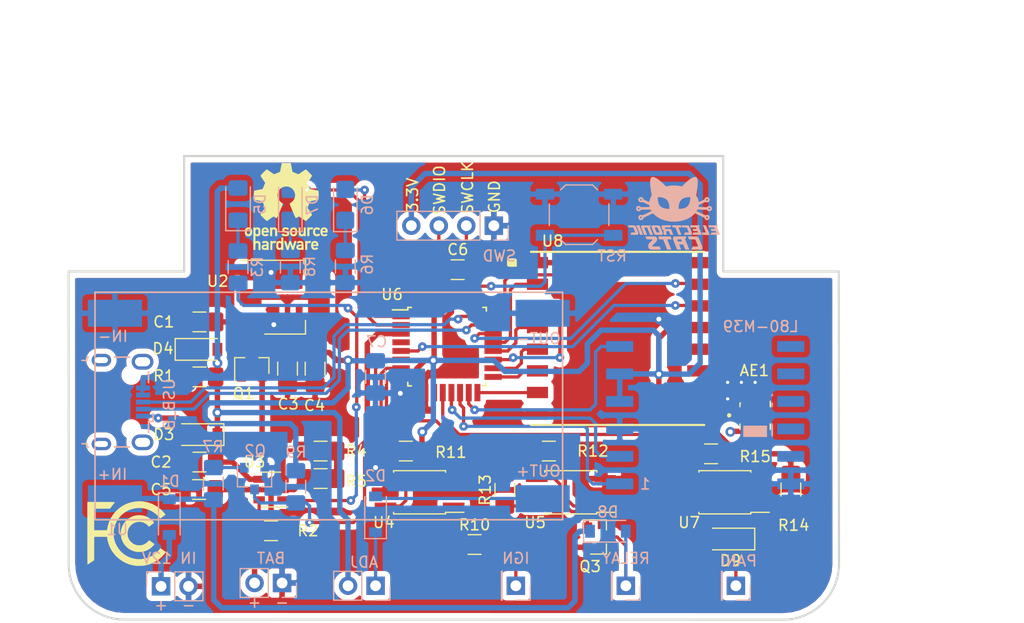
<source format=kicad_pcb>
(kicad_pcb (version 20171130) (host pcbnew "(5.0.1-3-g963ef8bb5)")
  (title_block (title "CatWAN Tracker Vehicular") (date 2019-03-25) (rev 0.1v) (company "Electronic Cats") (comment 1 "Ignacio Acosta"))
  (layers (0 F.Cu signal) (31 B.Cu signal) (34 B.Paste user) (35 F.Paste user) (36 B.SilkS user) (37 F.SilkS user) (38 B.Mask user) (39 F.Mask user) (44 Edge.Cuts user))
  (net 0 "")
  (net 1 GND)
  (net 2 "Net-(AE1-Pad1)")
  (net 3 +5V)
  (net 4 +3V3)
  (net 5 +BATT)
  (net 6 /microcontroller/VDD_CORE)
  (net 7 "Net-(D1-Pad2)")
  (net 8 +12V)
  (net 9 "Net-(D2-Pad1)")
  (net 10 "Net-(D2-Pad2)")
  (net 11 "Net-(D3-Pad2)")
  (net 12 "Net-(D5-Pad1)")
  (net 13 "Net-(D6-Pad1)")
  (net 14 /microcontroller/LED_1)
  (net 15 /microcontroller/LED_2)
  (net 16 "Net-(D7-Pad1)")
  (net 17 "Net-(D8-Pad2)")
  (net 18 "Net-(D9-Pad1)")
  (net 19 "Net-(D9-Pad2)")
  (net 20 D-)
  (net 21 D+)
  (net 22 "Net-(J5-Pad1)")
  (net 23 /microcontroller/SWCLK)
  (net 24 /microcontroller/SWDIO)
  (net 25 /microcontroller/RX_GPS)
  (net 26 /microcontroller/TX_GPS)
  (net 27 /microcontroller/1PPS)
  (net 28 "Net-(MODULE1-Pad7)")
  (net 29 "Net-(MODULE1-Pad8)")
  (net 30 "Net-(MODULE1-Pad10)")
  (net 31 "Net-(MODULE1-Pad11)")
  (net 32 "Net-(Q2-Pad1)")
  (net 33 /microcontroller/SIG_CONECTADO)
  (net 34 "Net-(Q3-Pad1)")
  (net 35 "Net-(R2-Pad1)")
  (net 36 "Net-(R3-Pad2)")
  (net 37 V_DIV)
  (net 38 "Net-(R10-Pad1)")
  (net 39 /microcontroller/SIG_IGNI)
  (net 40 "Net-(R12-Pad1)")
  (net 41 /microcontroller/OUT_SIG)
  (net 42 "Net-(R13-Pad1)")
  (net 43 "Net-(R14-Pad1)")
  (net 44 /microcontroller/SIG_PANI)
  (net 45 /microcontroller/RST_SAMD)
  (net 46 "Net-(U6-Pad4)")
  (net 47 /microcontroller/DIO0)
  (net 48 "Net-(U6-Pad11)")
  (net 49 /microcontroller/DIO5)
  (net 50 /microcontroller/RST_RF)
  (net 51 /microcontroller/NSS)
  (net 52 /microcontroller/MOSI)
  (net 53 /microcontroller/SCK)
  (net 54 /microcontroller/MISO)
  (net 55 /microcontroller/DIO1)
  (net 56 /microcontroller/DIO2)
  (net 57 "Net-(U6-Pad27)")
  (net 58 "Net-(U8-Pad11)")
  (net 59 "Net-(U8-Pad12)")
  (net 60 "Net-(C1-Pad1)")
  (module gps_LoRa:MOLEX_1661 (layer F.Cu) (at 166.116 75.438 270)
    (fp_text reference AE1 (at -4.138 0.066 180) (layer F.SilkS))
    (fp_text value Antenna_Shield)
    (pad 3 smd rect (at 1.475 0 270) (size 1.05 2.2) (layers F.Cu F.Paste B.SilkS F.Mask))
    (pad 2 smd rect (at -1.475 0 270) (size 1.05 2.2) (layers F.Cu F.Paste F.Mask) (net 1 GND))
    (pad 1 smd rect (at 0 1.5 270) (size 1 1) (layers F.Cu F.Paste F.Mask) (net 2 "Net-(AE1-Pad1)"))
  )
  (module Capacitor_SMD:C_1206_3216Metric_Pad1.42x1.75mm_HandSolder (layer F.Cu) (at 114.808 66.802 180)
    (fp_text reference C1 (at 3.302 0 180) (layer F.SilkS))
    (fp_text value 10uf)
    (pad 1 smd roundrect (at -1.4875 0 180) (size 1.425 1.75) (layers F.Cu F.Paste F.Mask) (roundrect_rratio 0.175439) (net 60 "Net-(C1-Pad1)"))
    (pad 2 smd roundrect (at 1.4875 0 180) (size 1.425 1.75) (layers F.Cu F.Paste F.Mask) (roundrect_rratio 0.175439) (net 1 GND))
  )
  (module Capacitor_SMD:C_1206_3216Metric_Pad1.42x1.75mm_HandSolder (layer F.Cu) (at 114.808 79.756 180)
    (fp_text reference C2 (at 3.556 0 180) (layer F.SilkS))
    (fp_text value 10uf)
    (pad 1 smd roundrect (at -1.4875 0 180) (size 1.425 1.75) (layers F.Cu F.Paste F.Mask) (roundrect_rratio 0.175439) (net 3 +5V))
    (pad 2 smd roundrect (at 1.4875 0 180) (size 1.425 1.75) (layers F.Cu F.Paste F.Mask) (roundrect_rratio 0.175439) (net 1 GND))
  )
  (module Capacitor_SMD:C_1206_3216Metric_Pad1.42x1.75mm_HandSolder (layer F.Cu) (at 122.936 71.12 270)
    (fp_text reference C3 (at 3.27 -0.064) (layer F.SilkS))
    (fp_text value 100uf)
    (pad 2 smd roundrect (at 1.4875 0 270) (size 1.425 1.75) (layers F.Cu F.Paste F.Mask) (roundrect_rratio 0.175439) (net 1 GND))
    (pad 1 smd roundrect (at -1.4875 0 270) (size 1.425 1.75) (layers F.Cu F.Paste F.Mask) (roundrect_rratio 0.175439) (net 4 +3V3))
  )
  (module Capacitor_SMD:C_1206_3216Metric_Pad1.42x1.75mm_HandSolder (layer F.Cu) (at 125.476 71.12 270)
    (fp_text reference C4 (at 3.41 0.046) (layer F.SilkS))
    (fp_text value 0.1uf)
    (pad 1 smd roundrect (at -1.4875 0 270) (size 1.425 1.75) (layers F.Cu F.Paste F.Mask) (roundrect_rratio 0.175439) (net 4 +3V3))
    (pad 2 smd roundrect (at 1.4875 0 270) (size 1.425 1.75) (layers F.Cu F.Paste F.Mask) (roundrect_rratio 0.175439) (net 1 GND))
  )
  (module Capacitor_SMD:C_1206_3216Metric_Pad1.42x1.75mm_HandSolder (layer F.Cu) (at 114.7715 82.296 180)
    (fp_text reference C5 (at 3.5195 0 180) (layer F.SilkS))
    (fp_text value 10uf)
    (pad 2 smd roundrect (at 1.4875 0 180) (size 1.425 1.75) (layers F.Cu F.Paste F.Mask) (roundrect_rratio 0.175439) (net 1 GND))
    (pad 1 smd roundrect (at -1.4875 0 180) (size 1.425 1.75) (layers F.Cu F.Paste F.Mask) (roundrect_rratio 0.175439) (net 5 +BATT))
  )
  (module Capacitor_SMD:C_1206_3216Metric_Pad1.42x1.75mm_HandSolder (layer F.Cu) (at 138.6475 61.976)
    (fp_text reference C6 (at 0.0125 -1.866) (layer F.SilkS))
    (fp_text value 1uf)
    (pad 2 smd roundrect (at 1.4875 0) (size 1.425 1.75) (layers F.Cu F.Paste F.Mask) (roundrect_rratio 0.175439) (net 1 GND))
    (pad 1 smd roundrect (at -1.4875 0) (size 1.425 1.75) (layers F.Cu F.Paste F.Mask) (roundrect_rratio 0.175439) (net 6 /microcontroller/VDD_CORE))
  )
  (module Capacitor_SMD:C_1206_3216Metric_Pad1.42x1.75mm_HandSolder (layer B.Cu) (at 131.064 71.882 270)
    (fp_text reference C7 (at -3.252 -0.106) (layer B.SilkS) (effects (justify mirror)))
    (fp_text value 0.1uf)
    (pad 1 smd roundrect (at -1.4875 0 270) (size 1.425 1.75) (layers B.Cu B.Paste B.Mask) (roundrect_rratio 0.175439) (net 4 +3V3))
    (pad 2 smd roundrect (at 1.4875 0 270) (size 1.425 1.75) (layers B.Cu B.Paste B.Mask) (roundrect_rratio 0.175439) (net 1 GND))
  )
  (module Diode_SMD:D_SOD-123 (layer B.Cu) (at 112.014 84.836 270)
    (fp_text reference D1 (at -3.302 0 180) (layer B.SilkS) (effects (justify mirror)))
    (fp_text value D_Schottky)
    (pad 2 smd rect (at 1.65 0 270) (size 0.9 1.2) (layers B.Cu B.Paste B.Mask) (net 7 "Net-(D1-Pad2)"))
    (pad 1 smd rect (at -1.65 0 270) (size 0.9 1.2) (layers B.Cu B.Paste B.Mask) (net 8 +12V))
  )
  (module Diode_SMD:D_SOD-123 (layer B.Cu) (at 131.064 84.582 90)
    (fp_text reference D2 (at 3.556 0 180) (layer B.SilkS) (effects (justify mirror)))
    (fp_text value D_Schottky)
    (pad 1 smd rect (at -1.65 0 90) (size 0.9 1.2) (layers B.Cu B.Paste B.Mask) (net 9 "Net-(D2-Pad1)"))
    (pad 2 smd rect (at 1.65 0 90) (size 0.9 1.2) (layers B.Cu B.Paste B.Mask) (net 10 "Net-(D2-Pad2)"))
  )
  (module Diode_SMD:D_SOD-123 (layer F.Cu) (at 114.808 77.216 180)
    (fp_text reference D3 (at 3.302 0 180) (layer F.SilkS))
    (fp_text value D_Schottky)
    (pad 2 smd rect (at 1.65 0 180) (size 0.9 1.2) (layers F.Cu F.Paste F.Mask) (net 11 "Net-(D3-Pad2)"))
    (pad 1 smd rect (at -1.65 0 180) (size 0.9 1.2) (layers F.Cu F.Paste F.Mask) (net 3 +5V))
  )
  (module LED_SMD:LED_1206_3216Metric_Pad1.42x1.75mm_HandSolder (layer B.Cu) (at 118.364 55.9165 90)
    (fp_text reference D5 (at 0 2.032 90) (layer B.SilkS) (effects (justify mirror)))
    (fp_text value LED)
    (pad 1 smd roundrect (at -1.4875 0 90) (size 1.425 1.75) (layers B.Cu B.Paste B.Mask) (roundrect_rratio 0.175439) (net 12 "Net-(D5-Pad1)"))
    (pad 2 smd roundrect (at 1.4875 0 90) (size 1.425 1.75) (layers B.Cu B.Paste B.Mask) (roundrect_rratio 0.175439) (net 3 +5V))
  )
  (module LED_SMD:LED_1206_3216Metric_Castellated (layer B.Cu) (at 128.27 55.979 90)
    (fp_text reference D6 (at 0 2.032 90) (layer B.SilkS) (effects (justify mirror)))
    (fp_text value LED_GREEN)
    (pad 1 smd roundrect (at -1.425 0 90) (size 1.6 1.65) (layers B.Cu B.Paste B.Mask) (roundrect_rratio 0.15625) (net 13 "Net-(D6-Pad1)"))
    (pad 2 smd roundrect (at 1.425 0 90) (size 1.6 1.65) (layers B.Cu B.Paste B.Mask) (roundrect_rratio 0.15625) (net 14 /microcontroller/LED_1))
  )
  (module LED_SMD:LED_1206_3216Metric_Castellated (layer B.Cu) (at 123.19 55.979 90)
    (fp_text reference D7 (at 0 2.032 90) (layer B.SilkS) (effects (justify mirror)))
    (fp_text value LED_RED)
    (pad 2 smd roundrect (at 1.425 0 90) (size 1.6 1.65) (layers B.Cu B.Paste B.Mask) (roundrect_rratio 0.15625) (net 15 /microcontroller/LED_2))
    (pad 1 smd roundrect (at -1.425 0 90) (size 1.6 1.65) (layers B.Cu B.Paste B.Mask) (roundrect_rratio 0.15625) (net 16 "Net-(D7-Pad1)"))
  )
  (module Diode_SMD:D_SOD-123 (layer B.Cu) (at 152.52 86.15)
    (fp_text reference D8 (at 0 -1.778) (layer B.SilkS) (effects (justify mirror)))
    (fp_text value D_Schottky)
    (pad 2 smd rect (at 1.65 0) (size 0.9 1.2) (layers B.Cu B.Paste B.Mask) (net 17 "Net-(D8-Pad2)"))
    (pad 1 smd rect (at -1.65 0) (size 0.9 1.2) (layers B.Cu B.Paste B.Mask) (net 8 +12V))
  )
  (module Diode_SMD:D_SOD-123 (layer F.Cu) (at 163.83 86.868 180)
    (fp_text reference D9 (at 0 -2 180) (layer F.SilkS))
    (fp_text value D_Schottky)
    (pad 1 smd rect (at -1.65 0 180) (size 0.9 1.2) (layers F.Cu F.Paste F.Mask) (net 18 "Net-(D9-Pad1)"))
    (pad 2 smd rect (at 1.65 0 180) (size 0.9 1.2) (layers F.Cu F.Paste F.Mask) (net 19 "Net-(D9-Pad2)"))
  )
  (module Connector_PinHeader_2.54mm:PinHeader_1x02_P2.54mm_Vertical (layer B.Cu) (at 111.252 91.24 270)
    (fp_text reference J1)
    (fp_text value "IN 12V" (at -2.594 -0.762) (layer B.SilkS) (effects (justify mirror)))
    (pad 1 thru_hole rect (at 0 0 270) (size 1.7 1.7) (drill 1) (layers *.Cu *.Mask) (net 7 "Net-(D1-Pad2)"))
    (pad 2 thru_hole oval (at 0 -2.54 270) (size 1.7 1.7) (drill 1) (layers *.Cu *.Mask) (net 1 GND))
  )
  (module Connector_USB:USB_Micro-B_Wuerth_629105150521 (layer B.Cu) (at 107.696 74.21 90)
    (fp_text reference J2)
    (fp_text value USB_B (at -0.212 4.318 90) (layer B.SilkS) (effects (justify mirror)))
    (pad 1 smd rect (at -1.3 1.9 90) (size 0.45 1.3) (layers B.Cu B.Paste B.Mask) (net 11 "Net-(D3-Pad2)"))
    (pad 2 smd rect (at -0.65 1.9 90) (size 0.45 1.3) (layers B.Cu B.Paste B.Mask) (net 20 D-))
    (pad 3 smd rect (at 0 1.9 90) (size 0.45 1.3) (layers B.Cu B.Paste B.Mask) (net 21 D+))
    (pad 4 smd rect (at 0.65 1.9 90) (size 0.45 1.3) (layers B.Cu B.Paste B.Mask) (net 1 GND))
    (pad 5 smd rect (at 1.3 1.9 90) (size 0.45 1.3) (layers B.Cu B.Paste B.Mask) (net 1 GND))
    (pad 6 thru_hole oval (at -3.725 1.85 90) (size 1.45 2) (drill oval 0.85 1.4) (layers *.Cu *.Mask))
    (pad 6 thru_hole oval (at 3.725 1.85 90) (size 1.45 2) (drill oval 0.85 1.4) (layers *.Cu *.Mask))
    (pad 6 thru_hole oval (at -3.875 -1.95 90) (size 1.15 1.8) (drill oval 0.55 1.2) (layers *.Cu *.Mask))
    (pad 6 thru_hole oval (at 3.875 -1.95 90) (size 1.15 1.8) (drill oval 0.55 1.2) (layers *.Cu *.Mask))
    (pad "" np_thru_hole oval (at -2.5 0.8 90) (size 0.8 0.8) (drill 0.8) (layers *.Cu *.Mask))
    (pad "" np_thru_hole oval (at 2.5 0.8 90) (size 0.8 0.8) (drill 0.8) (layers *.Cu *.Mask))
  )
  (module Connector_PinHeader_2.54mm:PinHeader_1x02_P2.54mm_Vertical (layer B.Cu) (at 131.064 91.186 90)
    (fp_text reference J3)
    (fp_text value ADJ (at 2.18 -1.07 180) (layer B.SilkS) (effects (justify mirror)))
    (pad 2 thru_hole oval (at 0 -2.54 90) (size 1.7 1.7) (drill 1) (layers *.Cu *.Mask) (net 3 +5V))
    (pad 1 thru_hole rect (at 0 0 90) (size 1.7 1.7) (drill 1) (layers *.Cu *.Mask) (net 9 "Net-(D2-Pad1)"))
  )
  (module Connector_PinHeader_2.54mm:PinHeader_1x02_P2.54mm_Vertical (layer B.Cu) (at 122.428 90.932 90)
    (fp_text reference J4)
    (fp_text value BAT (at 2.286 -1.016 -180) (layer B.SilkS) (effects (justify mirror)))
    (pad 1 thru_hole rect (at 0 0 90) (size 1.7 1.7) (drill 1) (layers *.Cu *.Mask) (net 1 GND))
    (pad 2 thru_hole oval (at 0 -2.54 90) (size 1.7 1.7) (drill 1) (layers *.Cu *.Mask) (net 5 +BATT))
  )
  (module Connector_PinHeader_2.54mm:PinHeader_1x01_P2.54mm_Vertical (layer B.Cu) (at 144.018 91.186 90)
    (fp_text reference J5)
    (fp_text value IGN (at 2.54 0 180) (layer B.SilkS) (effects (justify mirror)))
    (pad 1 thru_hole rect (at 0 0 90) (size 1.7 1.7) (drill 1) (layers *.Cu *.Mask) (net 22 "Net-(J5-Pad1)"))
  )
  (module Connector_PinHeader_2.54mm:PinHeader_1x01_P2.54mm_Vertical (layer B.Cu) (at 154.178 91.186 90)
    (fp_text reference J6)
    (fp_text value RELAY (at 2.54 0 180) (layer B.SilkS) (effects (justify mirror)))
    (pad 1 thru_hole rect (at 0 0 90) (size 1.7 1.7) (drill 1) (layers *.Cu *.Mask) (net 17 "Net-(D8-Pad2)"))
  )
  (module Connector_PinHeader_2.54mm:PinHeader_1x01_P2.54mm_Vertical (layer B.Cu) (at 164.338 91.186 90)
    (fp_text reference J7)
    (fp_text value PANI (at 2.286 0.254 180) (layer B.SilkS) (effects (justify mirror)))
    (pad 1 thru_hole rect (at 0 0 90) (size 1.7 1.7) (drill 1) (layers *.Cu *.Mask) (net 18 "Net-(D9-Pad1)"))
  )
  (module Connector_PinHeader_2.54mm:PinHeader_1x04_P2.54mm_Vertical (layer B.Cu) (at 141.986 57.912 90)
    (fp_text reference J8)
    (fp_text value SWD (at -2.794 0.508 180) (layer B.SilkS) (effects (justify mirror)))
    (pad 1 thru_hole rect (at 0 0 90) (size 1.7 1.7) (drill 1) (layers *.Cu *.Mask) (net 1 GND))
    (pad 2 thru_hole oval (at 0 -2.54 90) (size 1.7 1.7) (drill 1) (layers *.Cu *.Mask) (net 23 /microcontroller/SWCLK))
    (pad 3 thru_hole oval (at 0 -5.08 90) (size 1.7 1.7) (drill 1) (layers *.Cu *.Mask) (net 24 /microcontroller/SWDIO))
    (pad 4 thru_hole oval (at 0 -7.62 90) (size 1.7 1.7) (drill 1) (layers *.Cu *.Mask) (net 4 +3V3))
  )
  (module QUECTEL_L80-M39 (layer B.Cu) (at 161.51 76.27 180)
    (fp_text reference MODULE1)
    (fp_text value L80-M39 (at -5.12 9.04 180) (layer B.SilkS) (effects (justify mirror)))
    (pad 1 smd rect (at 7.9 -5.5 180) (size 2.5 1) (layers B.Cu B.Paste B.Mask) (net 25 /microcontroller/RX_GPS))
    (pad 2 smd rect (at 7.9 -2.96 180) (size 2.5 1) (layers B.Cu B.Paste B.Mask) (net 26 /microcontroller/TX_GPS))
    (pad 3 smd rect (at 7.9 -0.42 180) (size 2.5 1) (layers B.Cu B.Paste B.Mask) (net 1 GND))
    (pad 4 smd rect (at 7.9 2.12 180) (size 2.5 1) (layers B.Cu B.Paste B.Mask) (net 4 +3V3))
    (pad 5 smd rect (at 7.9 4.66 180) (size 2.5 1) (layers B.Cu B.Paste B.Mask) (net 4 +3V3))
    (pad 6 smd rect (at 7.9 7.2 180) (size 2.5 1) (layers B.Cu B.Paste B.Mask) (net 27 /microcontroller/1PPS))
    (pad 7 smd rect (at -7.9 7.2) (size 2.5 1) (layers B.Cu B.Paste B.Mask) (net 28 "Net-(MODULE1-Pad7)"))
    (pad 8 smd rect (at -7.9 4.66) (size 2.5 1) (layers B.Cu B.Paste B.Mask) (net 29 "Net-(MODULE1-Pad8)"))
    (pad 9 smd rect (at -7.9 2.12) (size 2.5 1) (layers B.Cu B.Paste B.Mask))
    (pad 10 smd rect (at -7.9 -0.42) (size 2.5 1) (layers B.Cu B.Paste B.Mask) (net 30 "Net-(MODULE1-Pad10)"))
    (pad 11 smd rect (at -7.9 -2.96) (size 2.5 1) (layers B.Cu B.Paste B.Mask) (net 31 "Net-(MODULE1-Pad11)"))
    (pad 12 smd rect (at -7.9 -5.5) (size 2.5 1) (layers B.Cu B.Paste B.Mask) (net 1 GND))
  )
  (module Package_TO_SOT_SMD:SOT-23 (layer F.Cu) (at 119.634 70.866 90)
    (fp_text reference Q1 (at -2.54 -0.762 180) (layer F.SilkS))
    (fp_text value Q_PMOS_GSD)
    (pad 3 smd rect (at 1 0 90) (size 0.9 0.8) (layers F.Cu F.Paste F.Mask) (net 60 "Net-(C1-Pad1)"))
    (pad 2 smd rect (at -1 0.95 90) (size 0.9 0.8) (layers F.Cu F.Paste F.Mask) (net 5 +BATT))
    (pad 1 smd rect (at -1 -0.95 90) (size 0.9 0.8) (layers F.Cu F.Paste F.Mask) (net 3 +5V))
  )
  (module Package_TO_SOT_SMD:SOT-23 (layer B.Cu) (at 119.888 81.28 270)
    (fp_text reference Q2 (at -2.58 -0.052 180) (layer B.SilkS) (effects (justify mirror)))
    (fp_text value SMMBT3904LT1G)
    (pad 1 smd rect (at -1 0.95 270) (size 0.9 0.8) (layers B.Cu B.Paste B.Mask) (net 32 "Net-(Q2-Pad1)"))
    (pad 2 smd rect (at -1 -0.95 270) (size 0.9 0.8) (layers B.Cu B.Paste B.Mask) (net 1 GND))
    (pad 3 smd rect (at 1 0 270) (size 0.9 0.8) (layers B.Cu B.Paste B.Mask) (net 33 /microcontroller/SIG_CONECTADO))
  )
  (module Package_TO_SOT_SMD:SOT-23 (layer F.Cu) (at 151.622 86.68)
    (fp_text reference Q3 (at -0.746 2.728) (layer F.SilkS))
    (fp_text value SMMBT3904LT1G)
    (pad 1 smd rect (at -1 -0.95) (size 0.9 0.8) (layers F.Cu F.Paste F.Mask) (net 34 "Net-(Q3-Pad1)"))
    (pad 2 smd rect (at -1 0.95) (size 0.9 0.8) (layers F.Cu F.Paste F.Mask) (net 1 GND))
    (pad 3 smd rect (at 1 0) (size 0.9 0.8) (layers F.Cu F.Paste F.Mask) (net 17 "Net-(D8-Pad2)"))
  )
  (module Resistor_SMD:R_1206_3216Metric_Pad1.42x1.75mm_HandSolder (layer F.Cu) (at 114.808 71.882 180)
    (fp_text reference R1 (at 3.302 0.1 180) (layer F.SilkS))
    (fp_text value 47k)
    (pad 1 smd roundrect (at -1.4875 0 180) (size 1.425 1.75) (layers F.Cu F.Paste F.Mask) (roundrect_rratio 0.175439) (net 3 +5V))
    (pad 2 smd roundrect (at 1.4875 0 180) (size 1.425 1.75) (layers F.Cu F.Paste F.Mask) (roundrect_rratio 0.175439) (net 1 GND))
  )
  (module Resistor_SMD:R_1206_3216Metric_Pad1.42x1.75mm_HandSolder (layer F.Cu) (at 121.412 86.106)
    (fp_text reference R2 (at 3.4125 0) (layer F.SilkS))
    (fp_text value 2k)
    (pad 1 smd roundrect (at -1.4875 0) (size 1.425 1.75) (layers F.Cu F.Paste F.Mask) (roundrect_rratio 0.175439) (net 35 "Net-(R2-Pad1)"))
    (pad 2 smd roundrect (at 1.4875 0) (size 1.425 1.75) (layers F.Cu F.Paste F.Mask) (roundrect_rratio 0.175439) (net 1 GND))
  )
  (module Resistor_SMD:R_1206_3216Metric_Pad1.42x1.75mm_HandSolder (layer B.Cu) (at 118.364 61.7275 270)
    (fp_text reference R3 (at -0.0055 -1.778 270) (layer B.SilkS) (effects (justify mirror)))
    (fp_text value 330)
    (pad 2 smd roundrect (at 1.4875 0 270) (size 1.425 1.75) (layers B.Cu B.Paste B.Mask) (roundrect_rratio 0.175439) (net 36 "Net-(R3-Pad2)"))
    (pad 1 smd roundrect (at -1.4875 0 270) (size 1.425 1.75) (layers B.Cu B.Paste B.Mask) (roundrect_rratio 0.175439) (net 12 "Net-(D5-Pad1)"))
  )
  (module Resistor_SMD:R_1206_3216Metric_Pad1.42x1.75mm_HandSolder (layer F.Cu) (at 125.984 78.74)
    (fp_text reference R4 (at 3.302 0) (layer F.SilkS))
    (fp_text value 100k)
    (pad 2 smd roundrect (at 1.4875 0) (size 1.425 1.75) (layers F.Cu F.Paste F.Mask) (roundrect_rratio 0.175439) (net 37 V_DIV))
    (pad 1 smd roundrect (at -1.4875 0) (size 1.425 1.75) (layers F.Cu F.Paste F.Mask) (roundrect_rratio 0.175439) (net 5 +BATT))
  )
  (module Resistor_SMD:R_1206_3216Metric_Pad1.42x1.75mm_HandSolder (layer F.Cu) (at 125.984 81.28 180)
    (fp_text reference R5 (at -3.302 -0.254 180) (layer F.SilkS))
    (fp_text value 100k)
    (pad 1 smd roundrect (at -1.4875 0 180) (size 1.425 1.75) (layers F.Cu F.Paste F.Mask) (roundrect_rratio 0.175439) (net 37 V_DIV))
    (pad 2 smd roundrect (at 1.4875 0 180) (size 1.425 1.75) (layers F.Cu F.Paste F.Mask) (roundrect_rratio 0.175439) (net 1 GND))
  )
  (module Resistor_SMD:R_1206_3216Metric_Pad1.42x1.75mm_HandSolder (layer B.Cu) (at 128.27 61.6855 270)
    (fp_text reference R6 (at -0.2175 -2.032 270) (layer B.SilkS) (effects (justify mirror)))
    (fp_text value 330)
    (pad 1 smd roundrect (at -1.4875 0 270) (size 1.425 1.75) (layers B.Cu B.Paste B.Mask) (roundrect_rratio 0.175439) (net 13 "Net-(D6-Pad1)"))
    (pad 2 smd roundrect (at 1.4875 0 270) (size 1.425 1.75) (layers B.Cu B.Paste B.Mask) (roundrect_rratio 0.175439) (net 1 GND))
  )
  (module Resistor_SMD:R_1206_3216Metric_Pad1.42x1.75mm_HandSolder (layer B.Cu) (at 116.078 81.7515 270)
    (fp_text reference R7 (at -3.4215 0.028 180) (layer B.SilkS) (effects (justify mirror)))
    (fp_text value 1k)
    (pad 1 smd roundrect (at -1.4875 0 270) (size 1.425 1.75) (layers B.Cu B.Paste B.Mask) (roundrect_rratio 0.175439) (net 32 "Net-(Q2-Pad1)"))
    (pad 2 smd roundrect (at 1.4875 0 270) (size 1.425 1.75) (layers B.Cu B.Paste B.Mask) (roundrect_rratio 0.175439) (net 8 +12V))
  )
  (module Resistor_SMD:R_1206_3216Metric_Pad1.42x1.75mm_HandSolder (layer B.Cu) (at 123.19 61.6855 270)
    (fp_text reference R8 (at 0 -1.778 270) (layer B.SilkS) (effects (justify mirror)))
    (fp_text value 330)
    (pad 2 smd roundrect (at 1.4875 0 270) (size 1.425 1.75) (layers B.Cu B.Paste B.Mask) (roundrect_rratio 0.175439) (net 1 GND))
    (pad 1 smd roundrect (at -1.4875 0 270) (size 1.425 1.75) (layers B.Cu B.Paste B.Mask) (roundrect_rratio 0.175439) (net 16 "Net-(D7-Pad1)"))
  )
  (module Resistor_SMD:R_1206_3216Metric_Pad1.42x1.75mm_HandSolder (layer B.Cu) (at 123.698 82.042 90)
    (fp_text reference R9 (at 3.212 0.012 180) (layer B.SilkS) (effects (justify mirror)))
    (fp_text value 10k)
    (pad 2 smd roundrect (at 1.4875 0 90) (size 1.425 1.75) (layers B.Cu B.Paste B.Mask) (roundrect_rratio 0.175439) (net 4 +3V3))
    (pad 1 smd roundrect (at -1.4875 0 90) (size 1.425 1.75) (layers B.Cu B.Paste B.Mask) (roundrect_rratio 0.175439) (net 33 /microcontroller/SIG_CONECTADO))
  )
  (module Resistor_SMD:R_1206_3216Metric_Pad1.42x1.75mm_HandSolder (layer F.Cu) (at 140.208 87.376)
    (fp_text reference R10 (at 0 -1.82) (layer F.SilkS))
    (fp_text value 1k)
    (pad 1 smd roundrect (at -1.4875 0) (size 1.425 1.75) (layers F.Cu F.Paste F.Mask) (roundrect_rratio 0.175439) (net 38 "Net-(R10-Pad1)"))
    (pad 2 smd roundrect (at 1.4875 0) (size 1.425 1.75) (layers F.Cu F.Paste F.Mask) (roundrect_rratio 0.175) (net 22 "Net-(J5-Pad1)"))
  )
  (module Resistor_SMD:R_1206_3216Metric_Pad1.42x1.75mm_HandSolder (layer F.Cu) (at 133.858 78.74)
    (fp_text reference R11 (at 4.16 0.112) (layer F.SilkS))
    (fp_text value 10k)
    (pad 2 smd roundrect (at 1.4875 0) (size 1.425 1.75) (layers F.Cu F.Paste F.Mask) (roundrect_rratio 0.175439) (net 4 +3V3))
    (pad 1 smd roundrect (at -1.4875 0) (size 1.425 1.75) (layers F.Cu F.Paste F.Mask) (roundrect_rratio 0.175439) (net 39 /microcontroller/SIG_IGNI))
  )
  (module Resistor_SMD:R_1206_3216Metric_Pad1.42x1.75mm_HandSolder (layer F.Cu) (at 147.066 78.74 180)
    (fp_text reference R12 (at -4.064 0 180) (layer F.SilkS))
    (fp_text value 330)
    (pad 1 smd roundrect (at -1.4875 0 180) (size 1.425 1.75) (layers F.Cu F.Paste F.Mask) (roundrect_rratio 0.175439) (net 40 "Net-(R12-Pad1)"))
    (pad 2 smd roundrect (at 1.4875 0 180) (size 1.425 1.75) (layers F.Cu F.Paste F.Mask) (roundrect_rratio 0.175439) (net 41 /microcontroller/OUT_SIG))
  )
  (module Resistor_SMD:R_1206_3216Metric_Pad1.42x1.75mm_HandSolder (layer F.Cu) (at 143.002 82.3325 90)
    (fp_text reference R13 (at 0 -1.82 90) (layer F.SilkS))
    (fp_text value 1k)
    (pad 2 smd roundrect (at 1.4875 0 90) (size 1.425 1.75) (layers F.Cu F.Paste F.Mask) (roundrect_rratio 0.175439) (net 4 +3V3))
    (pad 1 smd roundrect (at -1.4875 0 90) (size 1.425 1.75) (layers F.Cu F.Paste F.Mask) (roundrect_rratio 0.175439) (net 42 "Net-(R13-Pad1)"))
  )
  (module Resistor_SMD:R_1206_3216Metric_Pad1.42x1.75mm_HandSolder (layer F.Cu) (at 169.418 82.296 90)
    (fp_text reference R14 (at -3.302 0.254 180) (layer F.SilkS))
    (fp_text value 330)
    (pad 2 smd roundrect (at 1.4875 0 90) (size 1.425 1.75) (layers F.Cu F.Paste F.Mask) (roundrect_rratio 0.175439) (net 4 +3V3))
    (pad 1 smd roundrect (at -1.4875 0 90) (size 1.425 1.75) (layers F.Cu F.Paste F.Mask) (roundrect_rratio 0.175439) (net 43 "Net-(R14-Pad1)"))
  )
  (module Resistor_SMD:R_1206_3216Metric_Pad1.42x1.75mm_HandSolder (layer F.Cu) (at 162.052 78.994)
    (fp_text reference R15 (at 4.064 0.254) (layer F.SilkS))
    (fp_text value 10k)
    (pad 1 smd roundrect (at -1.4875 0) (size 1.425 1.75) (layers F.Cu F.Paste F.Mask) (roundrect_rratio 0.175439) (net 44 /microcontroller/SIG_PANI))
    (pad 2 smd roundrect (at 1.4875 0) (size 1.425 1.75) (layers F.Cu F.Paste F.Mask) (roundrect_rratio 0.175439) (net 4 +3V3))
  )
  (module Button_Switch_SMD:SW_SPST_TL3342 (layer B.Cu) (at 149.86 56.896 180)
    (fp_text reference SW1)
    (fp_text value RST (at -3.048 -3.81 180) (layer B.SilkS) (effects (justify mirror)))
    (pad 1 smd rect (at -3.15 1.9 180) (size 1.7 1) (layers B.Cu B.Paste B.Mask) (net 1 GND))
    (pad 1 smd rect (at 3.15 1.9 180) (size 1.7 1) (layers B.Cu B.Paste B.Mask) (net 1 GND))
    (pad 2 smd rect (at -3.15 -1.9 180) (size 1.7 1) (layers B.Cu B.Paste B.Mask) (net 45 /microcontroller/RST_SAMD))
    (pad 2 smd rect (at 3.15 -1.9 180) (size 1.7 1) (layers B.Cu B.Paste B.Mask) (net 45 /microcontroller/RST_SAMD))
  )
  (module Package_TO_SOT_SMD:SOT-223-3_TabPin2 (layer F.Cu) (at 122.682 64.516)
    (fp_text reference U2 (at -6.192 -1.476) (layer F.SilkS))
    (fp_text value AP2114-3.3)
    (pad 2 smd rect (at 3.15 0) (size 2 3.8) (layers F.Cu F.Paste F.Mask) (net 4 +3V3))
    (pad 2 smd rect (at -3.15 0) (size 2 1.5) (layers F.Cu F.Paste F.Mask) (net 4 +3V3))
    (pad 3 smd rect (at -3.15 2.3) (size 2 1.5) (layers F.Cu F.Paste F.Mask) (net 60 "Net-(C1-Pad1)"))
    (pad 1 smd rect (at -3.15 -2.3) (size 2 1.5) (layers F.Cu F.Paste F.Mask) (net 1 GND))
  )
  (module Package_TO_SOT_SMD:SOT-23-5 (layer F.Cu) (at 121.412 82.296 180)
    (fp_text reference U3 (at 1.524 2.54 180) (layer F.SilkS))
    (fp_text value MCP73831-3-OT)
    (pad 1 smd rect (at -1.1 -0.95 180) (size 1.06 0.65) (layers F.Cu F.Paste F.Mask) (net 36 "Net-(R3-Pad2)"))
    (pad 2 smd rect (at -1.1 0 180) (size 1.06 0.65) (layers F.Cu F.Paste F.Mask) (net 1 GND))
    (pad 3 smd rect (at -1.1 0.95 180) (size 1.06 0.65) (layers F.Cu F.Paste F.Mask) (net 5 +BATT))
    (pad 4 smd rect (at 1.1 0.95 180) (size 1.06 0.65) (layers F.Cu F.Paste F.Mask) (net 3 +5V))
    (pad 5 smd rect (at 1.1 -0.95 180) (size 1.06 0.65) (layers F.Cu F.Paste F.Mask) (net 35 "Net-(R2-Pad1)"))
  )
  (module Package_SO:SO-4_4.4x3.6mm_P2.54mm (layer F.Cu) (at 135.128 82.55 180)
    (fp_text reference U4 (at 3.302 -2.794 180) (layer F.SilkS))
    (fp_text value LTV-352T)
    (pad 1 smd rect (at -3.15 -1.27 180) (size 2 0.64) (layers F.Cu F.Paste F.Mask) (net 38 "Net-(R10-Pad1)"))
    (pad 2 smd rect (at -3.15 1.27 180) (size 2 0.64) (layers F.Cu F.Paste F.Mask) (net 1 GND))
    (pad 3 smd rect (at 3.15 1.27 180) (size 2 0.64) (layers F.Cu F.Paste F.Mask) (net 1 GND))
    (pad 4 smd rect (at 3.15 -1.27 180) (size 2 0.64) (layers F.Cu F.Paste F.Mask) (net 39 /microcontroller/SIG_IGNI))
  )
  (module Package_SO:SO-4_4.4x3.6mm_P2.54mm (layer F.Cu) (at 149.098 82.55 180)
    (fp_text reference U5 (at 3.302 -2.794 180) (layer F.SilkS))
    (fp_text value LTV-352T)
    (pad 4 smd rect (at 3.15 -1.27 180) (size 2 0.64) (layers F.Cu F.Paste F.Mask) (net 42 "Net-(R13-Pad1)"))
    (pad 3 smd rect (at 3.15 1.27 180) (size 2 0.64) (layers F.Cu F.Paste F.Mask) (net 34 "Net-(Q3-Pad1)"))
    (pad 2 smd rect (at -3.15 1.27 180) (size 2 0.64) (layers F.Cu F.Paste F.Mask) (net 1 GND))
    (pad 1 smd rect (at -3.15 -1.27 180) (size 2 0.64) (layers F.Cu F.Paste F.Mask) (net 40 "Net-(R12-Pad1)"))
  )
  (module Package_QFP:TQFP-32_7x7mm_P0.8mm (layer F.Cu) (at 137.668 69.088)
    (fp_text reference U6 (at -5.08 -4.826) (layer F.SilkS))
    (fp_text value ATSAMD21E)
    (pad 1 smd rect (at -4.25 -2.8) (size 1.6 0.55) (layers F.Cu F.Paste F.Mask) (net 14 /microcontroller/LED_1))
    (pad 2 smd rect (at -4.25 -2) (size 1.6 0.55) (layers F.Cu F.Paste F.Mask) (net 15 /microcontroller/LED_2))
    (pad 3 smd rect (at -4.25 -1.2) (size 1.6 0.55) (layers F.Cu F.Paste F.Mask) (net 37 V_DIV))
    (pad 4 smd rect (at -4.25 -0.4) (size 1.6 0.55) (layers F.Cu F.Paste F.Mask) (net 46 "Net-(U6-Pad4)"))
    (pad 5 smd rect (at -4.25 0.4) (size 1.6 0.55) (layers F.Cu F.Paste F.Mask) (net 47 /microcontroller/DIO0))
    (pad 6 smd rect (at -4.25 1.2) (size 1.6 0.55) (layers F.Cu F.Paste F.Mask) (net 33 /microcontroller/SIG_CONECTADO))
    (pad 7 smd rect (at -4.25 2) (size 1.6 0.55) (layers F.Cu F.Paste F.Mask) (net 39 /microcontroller/SIG_IGNI))
    (pad 8 smd rect (at -4.25 2.8) (size 1.6 0.55) (layers F.Cu F.Paste F.Mask) (net 41 /microcontroller/OUT_SIG))
    (pad 9 smd rect (at -2.8 4.25 90) (size 1.6 0.55) (layers F.Cu F.Paste F.Mask) (net 4 +3V3))
    (pad 10 smd rect (at -2 4.25 90) (size 1.6 0.55) (layers F.Cu F.Paste F.Mask) (net 1 GND))
    (pad 11 smd rect (at -1.2 4.25 90) (size 1.6 0.55) (layers F.Cu F.Paste F.Mask) (net 48 "Net-(U6-Pad11)"))
    (pad 12 smd rect (at -0.4 4.25 90) (size 1.6 0.55) (layers F.Cu F.Paste F.Mask) (net 44 /microcontroller/SIG_PANI))
    (pad 13 smd rect (at 0.4 4.25 90) (size 1.6 0.55) (layers F.Cu F.Paste F.Mask) (net 26 /microcontroller/TX_GPS))
    (pad 14 smd rect (at 1.2 4.25 90) (size 1.6 0.55) (layers F.Cu F.Paste F.Mask) (net 25 /microcontroller/RX_GPS))
    (pad 15 smd rect (at 2 4.25 90) (size 1.6 0.55) (layers F.Cu F.Paste F.Mask) (net 27 /microcontroller/1PPS))
    (pad 16 smd rect (at 2.8 4.25 90) (size 1.6 0.55) (layers F.Cu F.Paste F.Mask) (net 49 /microcontroller/DIO5))
    (pad 17 smd rect (at 4.25 2.8) (size 1.6 0.55) (layers F.Cu F.Paste F.Mask) (net 50 /microcontroller/RST_RF))
    (pad 18 smd rect (at 4.25 2) (size 1.6 0.55) (layers F.Cu F.Paste F.Mask) (net 51 /microcontroller/NSS))
    (pad 19 smd rect (at 4.25 1.2) (size 1.6 0.55) (layers F.Cu F.Paste F.Mask) (net 52 /microcontroller/MOSI))
    (pad 20 smd rect (at 4.25 0.4) (size 1.6 0.55) (layers F.Cu F.Paste F.Mask) (net 53 /microcontroller/SCK))
    (pad 21 smd rect (at 4.25 -0.4) (size 1.6 0.55) (layers F.Cu F.Paste F.Mask) (net 54 /microcontroller/MISO))
    (pad 22 smd rect (at 4.25 -1.2) (size 1.6 0.55) (layers F.Cu F.Paste F.Mask) (net 55 /microcontroller/DIO1))
    (pad 23 smd rect (at 4.25 -2) (size 1.6 0.55) (layers F.Cu F.Paste F.Mask) (net 20 D-))
    (pad 24 smd rect (at 4.25 -2.8) (size 1.6 0.55) (layers F.Cu F.Paste F.Mask) (net 21 D+))
    (pad 25 smd rect (at 2.8 -4.25 90) (size 1.6 0.55) (layers F.Cu F.Paste F.Mask) (net 56 /microcontroller/DIO2))
    (pad 26 smd rect (at 2 -4.25 90) (size 1.6 0.55) (layers F.Cu F.Paste F.Mask) (net 45 /microcontroller/RST_SAMD))
    (pad 27 smd rect (at 1.2 -4.25 90) (size 1.6 0.55) (layers F.Cu F.Paste F.Mask) (net 57 "Net-(U6-Pad27)"))
    (pad 28 smd rect (at 0.4 -4.25 90) (size 1.6 0.55) (layers F.Cu F.Paste F.Mask) (net 1 GND))
    (pad 29 smd rect (at -0.4 -4.25 90) (size 1.6 0.55) (layers F.Cu F.Paste F.Mask) (net 6 /microcontroller/VDD_CORE))
    (pad 30 smd rect (at -1.2 -4.25 90) (size 1.6 0.55) (layers F.Cu F.Paste F.Mask) (net 4 +3V3))
    (pad 31 smd rect (at -2 -4.25 90) (size 1.6 0.55) (layers F.Cu F.Paste F.Mask) (net 23 /microcontroller/SWCLK))
    (pad 32 smd rect (at -2.8 -4.25 90) (size 1.6 0.55) (layers F.Cu F.Paste F.Mask) (net 24 /microcontroller/SWDIO))
  )
  (module Package_SO:SO-4_4.4x3.6mm_P2.54mm (layer F.Cu) (at 163.322 82.55 180)
    (fp_text reference U7 (at 3.302 -2.794 180) (layer F.SilkS))
    (fp_text value LTV-352T)
    (pad 1 smd rect (at -3.15 -1.27 180) (size 2 0.64) (layers F.Cu F.Paste F.Mask) (net 43 "Net-(R14-Pad1)"))
    (pad 2 smd rect (at -3.15 1.27 180) (size 2 0.64) (layers F.Cu F.Paste F.Mask) (net 19 "Net-(D9-Pad2)"))
    (pad 3 smd rect (at 3.15 1.27 180) (size 2 0.64) (layers F.Cu F.Paste F.Mask) (net 1 GND))
    (pad 4 smd rect (at 3.15 -1.27 180) (size 2 0.64) (layers F.Cu F.Paste F.Mask) (net 44 /microcontroller/SIG_PANI))
  )
  (module gps_LoRa:RFM95W (layer F.Cu) (at 153.416 68.326)
    (fp_text reference U8 (at -6 -9) (layer F.SilkS))
    (fp_text value RFM95W-868S2)
    (pad 1 smd rect (at -7.4 -7) (size 1.95 1.05) (layers F.Cu F.Paste F.Mask) (net 1 GND))
    (pad 2 smd rect (at -7.4 -5) (size 1.95 1.05) (layers F.Cu F.Paste F.Mask) (net 54 /microcontroller/MISO))
    (pad 3 smd rect (at -7.4 -3) (size 1.95 1.05) (layers F.Cu F.Paste F.Mask) (net 52 /microcontroller/MOSI))
    (pad 4 smd rect (at -7.4 -1) (size 1.95 1.05) (layers F.Cu F.Paste F.Mask) (net 53 /microcontroller/SCK))
    (pad 5 smd rect (at -7.4 1) (size 1.95 1.05) (layers F.Cu F.Paste F.Mask) (net 51 /microcontroller/NSS))
    (pad 6 smd rect (at -7.4 3) (size 1.95 1.05) (layers F.Cu F.Paste F.Mask) (net 50 /microcontroller/RST_RF))
    (pad 7 smd rect (at -7.4 5) (size 1.95 1.05) (layers F.Cu F.Paste F.Mask) (net 49 /microcontroller/DIO5))
    (pad 8 smd rect (at -7.4 7) (size 1.95 1.05) (layers F.Cu F.Paste F.Mask) (net 1 GND))
    (pad 9 smd rect (at 7.4 7 180) (size 1.95 1.05) (layers F.Cu F.Paste F.Mask) (net 2 "Net-(AE1-Pad1)"))
    (pad 10 smd rect (at 7.4 5 180) (size 1.95 1.05) (layers F.Cu F.Paste F.Mask) (net 1 GND))
    (pad 11 smd rect (at 7.4 3 180) (size 1.95 1.05) (layers F.Cu F.Paste F.Mask) (net 58 "Net-(U8-Pad11)"))
    (pad 12 smd rect (at 7.4 1 180) (size 1.95 1.05) (layers F.Cu F.Paste F.Mask) (net 59 "Net-(U8-Pad12)"))
    (pad 13 smd rect (at 7.4 -1 180) (size 1.95 1.05) (layers F.Cu F.Paste F.Mask) (net 4 +3V3))
    (pad 14 smd rect (at 7.4 -3 180) (size 1.95 1.05) (layers F.Cu F.Paste F.Mask) (net 47 /microcontroller/DIO0))
    (pad 15 smd rect (at 7.4 -5 180) (size 1.95 1.05) (layers F.Cu F.Paste F.Mask) (net 55 /microcontroller/DIO1))
    (pad 16 smd rect (at 7.4 -7 180) (size 1.95 1.05) (layers F.Cu F.Paste F.Mask) (net 56 /microcontroller/DIO2))
  )
  (module gps_LoRa:LM2596DC-DC (layer B.Cu) (at 105.156 85.09)
    (fp_text reference U1 (at 2.054 0.9) (layer B.SilkS) (effects (justify mirror)))
    (fp_text value LM2596)
    (fp_text user OUT- (at 40.96 -16.75) (layer B.SilkS) (effects (justify mirror)))
    (fp_text user OUT+ (at 40.95 -4.5) (layer B.SilkS) (effects (justify mirror)))
    (fp_text user IN- (at 1.65 -16.95) (layer B.SilkS) (effects (justify mirror)))
    (fp_text user IN+ (at 1.6 -4.2) (layer B.SilkS) (effects (justify mirror)))
    (pad 2 smd rect (at 1.84 -19.0885) (size 5 2.5) (layers B.Cu B.Paste B.Mask) (net 1 GND))
    (pad 4 smd rect (at 41.3385 -19.0885) (size 5 2.5) (layers B.Cu B.Paste B.Mask) (net 1 GND))
    (pad 1 smd rect (at 1.8415 -1.9435) (size 5 2.5) (layers B.Cu B.Paste B.Mask) (net 8 +12V))
    (pad 3 smd rect (at 41.3385 -1.9435) (size 5 2.5) (layers B.Cu B.Paste B.Mask) (net 10 "Net-(D2-Pad2)"))
  )
  (module Diode_SMD:D_SOD-123 (layer F.Cu) (at 114.808 69.342)
    (fp_text reference D4 (at -3.378 -0.072) (layer F.SilkS))
    (fp_text value D_Schottky)
    (pad 1 smd rect (at -1.65 0) (size 0.9 1.2) (layers F.Cu F.Paste F.Mask) (net 60 "Net-(C1-Pad1)"))
    (pad 2 smd rect (at 1.65 0) (size 0.9 1.2) (layers F.Cu F.Paste F.Mask) (net 3 +5V))
  )
  (module Symbols:OSHW-Logo_7.5x8mm_SilkScreen (layer F.Cu) (at 122.809 56.134)
    (fp_text reference REF*** hide)
    (fp_text value OSHW-Logo_7.5x8mm_SilkScreen hide)
  )
  (module Aesthetics:electronic_cats_logo_8x6 (layer B.Cu) (at 158.623 56.769 180)
    (fp_text reference G*** hide)
    (fp_text value LOGO hide)
  )
  (module Symbols:FCC-Logo_7.3x6mm_SilkScreen (layer F.Cu) (at 108.077 86.36)
    (fp_text reference REF*** hide)
    (fp_text value FCC-Logo_7.3x6mm_SilkScreen hide)
  )
  (gr_text "GND\n" (at 142.04 55.23 90) (layer F.SilkS) (effects (font (size 1 1))))
  (gr_text SWCLK (at 139.56 54.39 90) (layer F.SilkS) (effects (font (size 1 1))))
  (gr_text "SWDIO\n" (at 136.97 54.64 90) (layer F.SilkS) (effects (font (size 1 1))))
  (gr_text 3.3V (at 134.48 55.09 90) (layer F.SilkS) (effects (font (size 1 1))))
  (gr_arc (start 168.71 89.17) (end 168.71 94.32) (angle -90) (layer Edge.Cuts) (width 0.2))
  (gr_arc (start 107.87 89.16) (end 102.72 89.16) (angle -90) (layer Edge.Cuts) (width 0.2))
  (gr_text 1 (at 155.956 81.788) (layer B.SilkS) (effects (font (size 1 1)) (justify mirror)))
  (gr_text + (at 119.888 92.71) (layer B.SilkS) (effects (font (size 1 1)) (justify mirror)))
  (gr_text - (at 122.428 92.71) (layer B.SilkS) (effects (font (size 1 1)) (justify mirror)))
  (gr_text - (at 113.792 92.964) (layer B.SilkS) (effects (font (size 1 1)) (justify mirror)))
  (gr_text + (at 111.252 92.964) (layer B.SilkS) (effects (font (size 1 1)) (justify mirror)))
  (gr_line (start 113.386 51.472) (end 113.386 62.14) (layer Edge.Cuts) (width 0.2))
  (gr_line (start 102.718 62.14) (end 102.72 89.16) (layer Edge.Cuts) (width 0.2))
  (gr_line (start 173.86 89.17) (end 173.838 62.14) (layer Edge.Cuts) (width 0.2))
  (gr_line (start 173.838 62.14) (end 163.17 62.14) (layer Edge.Cuts) (width 0.2))
  (gr_line (start 163.17 51.472) (end 113.386 51.472) (layer Edge.Cuts) (width 0.2))
  (gr_line (start 107.87 94.31) (end 168.71 94.32) (layer Edge.Cuts) (width 0.2))
  (gr_line (start 113.386 62.14) (end 102.718 62.14) (layer Edge.Cuts) (width 0.2))
  (gr_line (start 163.17 62.14) (end 163.17 51.472) (layer Edge.Cuts) (width 0.2))
  (via (at 163.83 76.962) (size 0.9) (drill 0.45) (layers F.Cu B.Cu) (net 0))
  (segment (start 166.116 76.913) (end 163.879 76.913) (width 0.5) (layer F.Cu) (net 0))
  (segment (start 163.879 76.913) (end 163.83 76.962) (width 0.5) (layer F.Cu) (net 0))
  (segment (start 138.068 65.905998) (end 138.068 64.838) (width 0.5) (layer F.Cu) (net 1))
  (segment (start 135.668 73.338) (end 135.668 72.038) (width 0.5) (layer F.Cu) (net 1))
  (segment (start 137.668 66.305998) (end 138.068 65.905998) (width 0.5) (layer F.Cu) (net 1))
  (segment (start 135.668 72.038) (end 136.332 71.374) (width 0.5) (layer F.Cu) (net 1))
  (segment (start 136.906 71.374) (end 137.668 70.612) (width 0.5) (layer F.Cu) (net 1))
  (segment (start 136.332 71.374) (end 136.906 71.374) (width 0.5) (layer F.Cu) (net 1))
  (segment (start 137.668 70.612) (end 137.668 66.305998) (width 0.5) (layer F.Cu) (net 1))
  (segment (start 109.474 73.548) (end 109.474 72.898) (width 0.3) (layer B.Cu) (net 1))
  (via (at 121.412 62.23) (size 0.9) (drill 0.45) (layers F.Cu B.Cu) (net 1))
  (segment (start 119.532 62.216) (end 121.398 62.216) (width 0.5) (layer F.Cu) (net 1))
  (segment (start 121.398 62.216) (end 121.412 62.23) (width 0.5) (layer F.Cu) (net 1))
  (segment (start 123.542 82.296) (end 124.05 81.788) (width 0.5) (layer F.Cu) (net 1))
  (segment (start 122.512 82.296) (end 123.542 82.296) (width 0.5) (layer F.Cu) (net 1))
  (via (at 121.666 67.056) (size 0.9) (drill 0.45) (layers F.Cu B.Cu) (net 1))
  (via (at 157.226 66.548) (size 0.9) (drill 0.45) (layers F.Cu B.Cu) (net 1))
  (via (at 163.576 73.914) (size 0.8) (drill 0.3) (layers F.Cu B.Cu) (net 1))
  (via (at 166.116 72.39) (size 0.8) (drill 0.3) (layers F.Cu B.Cu) (net 1))
  (via (at 163.576 72.39) (size 0.8) (drill 0.3) (layers F.Cu B.Cu) (net 1))
  (via (at 164.846 72.39) (size 0.8) (drill 0.3) (layers F.Cu B.Cu) (net 1))
  (via (at 131.064 80.264) (size 0.9) (drill 0.45) (layers F.Cu B.Cu) (net 1))
  (segment (start 131.978 81.28) (end 131.978 80.416) (width 0.5) (layer F.Cu) (net 1))
  (segment (start 131.826 80.264) (end 131.064 80.264) (width 0.5) (layer F.Cu) (net 1))
  (segment (start 131.978 80.416) (end 131.826 80.264) (width 0.5) (layer F.Cu) (net 1))
  (segment (start 135.668 74.638) (end 135.122 75.184) (width 0.5) (layer F.Cu) (net 1))
  (segment (start 135.668 73.338) (end 135.668 74.638) (width 0.5) (layer F.Cu) (net 1))
  (segment (start 135.122 75.184) (end 133.858 75.184) (width 0.5) (layer F.Cu) (net 1))
  (via (at 133.35 73.406) (size 0.9) (drill 0.45) (layers F.Cu B.Cu) (net 1))
  (segment (start 133.858 75.184) (end 133.35 74.676) (width 0.5) (layer F.Cu) (net 1))
  (segment (start 133.35 74.676) (end 133.35 73.406) (width 0.5) (layer F.Cu) (net 1))
  (segment (start 131.1005 73.406) (end 131.064 73.3695) (width 0.5) (layer B.Cu) (net 1))
  (segment (start 133.35 73.406) (end 131.1005 73.406) (width 0.5) (layer B.Cu) (net 1))
  (segment (start 139.3225 61.976) (end 140.135 61.976) (width 0.5) (layer F.Cu) (net 1))
  (segment (start 139.237466 61.976) (end 139.3225 61.976) (width 0.5) (layer F.Cu) (net 1))
  (segment (start 138.068 63.145466) (end 139.237466 61.976) (width 0.5) (layer F.Cu) (net 1))
  (segment (start 138.068 64.838) (end 138.068 63.145466) (width 0.5) (layer F.Cu) (net 1))
  (segment (start 164.504 75.326) (end 164.616 75.438) (width 0.3) (layer F.Cu) (net 2))
  (segment (start 160.816 75.326) (end 164.504 75.326) (width 0.5) (layer F.Cu) (net 2))
  (segment (start 119.446 81.346) (end 120.312 81.346) (width 0.5) (layer F.Cu) (net 3))
  (segment (start 116.2955 79.756) (end 117.856 79.756) (width 0.5) (layer F.Cu) (net 3))
  (segment (start 117.856 79.756) (end 119.446 81.346) (width 0.5) (layer F.Cu) (net 3))
  (segment (start 116.2955 77.3785) (end 116.458 77.216) (width 0.5) (layer F.Cu) (net 3))
  (segment (start 116.2955 79.756) (end 116.2955 77.3785) (width 0.5) (layer F.Cu) (net 3))
  (segment (start 116.458 72.0445) (end 116.2955 71.882) (width 0.5) (layer F.Cu) (net 3))
  (segment (start 118.668 71.882) (end 118.684 71.866) (width 0.5) (layer F.Cu) (net 3))
  (segment (start 116.2955 71.882) (end 118.668 71.882) (width 0.5) (layer F.Cu) (net 3))
  (segment (start 116.458 71.7195) (end 116.2955 71.882) (width 0.5) (layer F.Cu) (net 3))
  (via (at 116.458 75.184) (size 0.9) (drill 0.45) (layers F.Cu B.Cu) (net 3))
  (segment (start 116.458 77.216) (end 116.458 75.184) (width 0.5) (layer F.Cu) (net 3))
  (segment (start 116.458 75.184) (end 116.458 72.0445) (width 0.5) (layer F.Cu) (net 3))
  (segment (start 128.524 91.186) (end 128.524 85.09) (width 0.5) (layer B.Cu) (net 3))
  (segment (start 128.524 85.09) (end 127.762 84.328) (width 0.5) (layer B.Cu) (net 3))
  (segment (start 127.762 84.328) (end 127.762 75.692) (width 0.5) (layer B.Cu) (net 3))
  (segment (start 127.254 75.184) (end 120.142 75.184) (width 0.5) (layer B.Cu) (net 3))
  (segment (start 127.762 75.692) (end 127.254 75.184) (width 0.5) (layer B.Cu) (net 3))
  (segment (start 120.142 75.184) (end 116.458 75.184) (width 0.5) (layer B.Cu) (net 3))
  (via (at 116.458 70.612) (size 0.9) (drill 0.45) (layers F.Cu B.Cu) (net 3))
  (segment (start 116.458 69.342) (end 116.458 70.612) (width 0.5) (layer F.Cu) (net 3))
  (segment (start 116.458 70.612) (end 116.458 71.7195) (width 0.5) (layer F.Cu) (net 3))
  (segment (start 116.458 69.975604) (end 116.586 69.847604) (width 0.5) (layer B.Cu) (net 3))
  (segment (start 116.458 70.612) (end 116.458 69.975604) (width 0.5) (layer B.Cu) (net 3))
  (segment (start 116.458 70.612) (end 116.458 54.738) (width 0.5) (layer B.Cu) (net 3))
  (segment (start 116.458 54.738) (end 116.767 54.429) (width 0.5) (layer B.Cu) (net 3))
  (segment (start 117.094 54.429) (end 118.364 54.429) (width 0.5) (layer B.Cu) (net 3))
  (segment (start 116.767 54.429) (end 117.094 54.429) (width 0.5) (layer B.Cu) (net 3))
  (segment (start 122.428 64.516) (end 122.936 65.024) (width 0.5) (layer F.Cu) (net 4))
  (segment (start 122.936 65.024) (end 122.936 64.516) (width 0.5) (layer F.Cu) (net 4))
  (segment (start 122.936 69.6325) (end 122.936 65.024) (width 0.5) (layer F.Cu) (net 4))
  (segment (start 122.428 64.516) (end 119.532 64.516) (width 0.5) (layer F.Cu) (net 4))
  (segment (start 122.936 64.516) (end 122.428 64.516) (width 0.5) (layer F.Cu) (net 4))
  (segment (start 122.936 65.024) (end 123.444 64.516) (width 0.5) (layer F.Cu) (net 4))
  (segment (start 125.832 64.516) (end 123.444 64.516) (width 0.5) (layer F.Cu) (net 4))
  (segment (start 123.444 64.516) (end 122.936 64.516) (width 0.5) (layer F.Cu) (net 4))
  (segment (start 122.936 69.6325) (end 125.476 69.6325) (width 0.5) (layer F.Cu) (net 4))
  (segment (start 125.476 69.6325) (end 126.7825 69.6325) (width 0.5) (layer F.Cu) (net 4))
  (segment (start 126.7825 69.6325) (end 127.254 70.104) (width 0.5) (layer F.Cu) (net 4))
  (via (at 136.398 70.358) (size 0.9) (drill 0.45) (layers F.Cu B.Cu) (net 4))
  (segment (start 134.868 71.126) (end 134.868 73.338) (width 0.5) (layer F.Cu) (net 4))
  (segment (start 135.636 70.358) (end 134.868 71.126) (width 0.5) (layer F.Cu) (net 4))
  (segment (start 135.636 70.358) (end 136.398 70.358) (width 0.5) (layer F.Cu) (net 4))
  (segment (start 136.468 70.288) (end 136.398 70.358) (width 0.5) (layer F.Cu) (net 4))
  (segment (start 136.468 64.838) (end 136.468 70.288) (width 0.5) (layer F.Cu) (net 4))
  (segment (start 153.61 74.15) (end 153.61 71.61) (width 0.5) (layer B.Cu) (net 4))
  (segment (start 169.418 79.756) (end 169.418 80.8085) (width 0.5) (layer F.Cu) (net 4))
  (segment (start 168.656 78.994) (end 169.418 79.756) (width 0.5) (layer F.Cu) (net 4))
  (segment (start 163.5395 78.994) (end 168.656 78.994) (width 0.5) (layer F.Cu) (net 4))
  (segment (start 163.5395 78.019) (end 162.4825 76.962) (width 0.5) (layer F.Cu) (net 4))
  (segment (start 163.5395 78.994) (end 163.5395 78.019) (width 0.5) (layer F.Cu) (net 4))
  (segment (start 162.4825 76.962) (end 158.242 76.962) (width 0.5) (layer F.Cu) (net 4))
  (segment (start 158.242 76.962) (end 157.226 75.946) (width 0.5) (layer F.Cu) (net 4))
  (segment (start 158.226 67.326) (end 160.816 67.326) (width 0.5) (layer F.Cu) (net 4))
  (segment (start 157.226 68.326) (end 158.226 67.326) (width 0.5) (layer F.Cu) (net 4))
  (via (at 157.226 71.628) (size 0.9) (drill 0.45) (layers F.Cu B.Cu) (net 4))
  (segment (start 157.208 71.61) (end 157.226 71.628) (width 0.5) (layer B.Cu) (net 4))
  (segment (start 153.61 71.61) (end 157.208 71.61) (width 0.5) (layer B.Cu) (net 4))
  (segment (start 157.226 75.946) (end 157.226 71.628) (width 0.5) (layer F.Cu) (net 4))
  (segment (start 157.226 71.628) (end 157.226 68.326) (width 0.5) (layer F.Cu) (net 4))
  (segment (start 160.02 71.628) (end 157.226 71.628) (width 0.5) (layer B.Cu) (net 4))
  (segment (start 135.636 53.086) (end 160.02 53.086) (width 0.5) (layer B.Cu) (net 4))
  (segment (start 160.02 53.086) (end 161.036 54.102) (width 0.5) (layer B.Cu) (net 4))
  (segment (start 134.366 54.356) (end 135.636 53.086) (width 0.5) (layer B.Cu) (net 4))
  (segment (start 161.036 54.102) (end 161.036 70.612) (width 0.5) (layer B.Cu) (net 4))
  (segment (start 161.036 70.612) (end 160.02 71.628) (width 0.5) (layer B.Cu) (net 4))
  (segment (start 132.0755 70.358) (end 134.874 70.358) (width 0.5) (layer B.Cu) (net 4))
  (segment (start 132.039 70.3945) (end 132.0755 70.358) (width 0.5) (layer B.Cu) (net 4))
  (segment (start 131.064 70.3945) (end 132.039 70.3945) (width 0.5) (layer B.Cu) (net 4))
  (segment (start 134.112 70.358) (end 134.874 70.358) (width 0.5) (layer B.Cu) (net 4))
  (segment (start 134.874 70.358) (end 136.398 70.358) (width 0.5) (layer B.Cu) (net 4))
  (via (at 128.524 70.358) (size 0.9) (drill 0.45) (layers F.Cu B.Cu) (net 4))
  (segment (start 131.064 70.3945) (end 128.5605 70.3945) (width 0.5) (layer B.Cu) (net 4))
  (segment (start 128.5605 70.3945) (end 128.524 70.358) (width 0.5) (layer B.Cu) (net 4))
  (segment (start 127.508 70.358) (end 126.7825 69.6325) (width 0.5) (layer F.Cu) (net 4))
  (segment (start 128.524 70.358) (end 127.508 70.358) (width 0.5) (layer F.Cu) (net 4))
  (via (at 135.382 76.962) (size 0.9) (drill 0.45) (layers F.Cu B.Cu) (net 4))
  (segment (start 135.3455 78.74) (end 135.3455 76.9985) (width 0.5) (layer F.Cu) (net 4))
  (segment (start 135.3455 76.9985) (end 135.382 76.962) (width 0.5) (layer F.Cu) (net 4))
  (segment (start 123.19 76.2) (end 123.698 76.708) (width 0.5) (layer B.Cu) (net 4))
  (segment (start 115.824 76.2) (end 123.19 76.2) (width 0.5) (layer B.Cu) (net 4))
  (segment (start 123.698 76.708) (end 123.698 80.5545) (width 0.5) (layer B.Cu) (net 4))
  (segment (start 128.524 70.358) (end 128.524 72.898) (width 0.5) (layer B.Cu) (net 4))
  (segment (start 128.524 72.898) (end 127.138001 74.283999) (width 0.5) (layer B.Cu) (net 4))
  (segment (start 115.708001 74.283999) (end 115.316 74.676) (width 0.5) (layer B.Cu) (net 4))
  (segment (start 115.316 74.676) (end 115.316 75.692) (width 0.5) (layer B.Cu) (net 4))
  (segment (start 127.138001 74.283999) (end 115.708001 74.283999) (width 0.5) (layer B.Cu) (net 4))
  (segment (start 115.316 75.692) (end 115.824 76.2) (width 0.5) (layer B.Cu) (net 4))
  (segment (start 135.3455 78.74) (end 142.494 78.74) (width 0.5) (layer F.Cu) (net 4))
  (segment (start 143.002 79.248) (end 143.002 80.845) (width 0.5) (layer F.Cu) (net 4))
  (segment (start 142.494 78.74) (end 143.002 79.248) (width 0.5) (layer F.Cu) (net 4))
  (segment (start 136.398 75.946) (end 135.382 76.962) (width 0.5) (layer B.Cu) (net 4))
  (segment (start 136.398 70.358) (end 136.398 75.946) (width 0.5) (layer B.Cu) (net 4))
  (segment (start 156.718 67.564) (end 157.226 68.072) (width 0.5) (layer B.Cu) (net 4))
  (segment (start 151.892 67.564) (end 156.718 67.564) (width 0.5) (layer B.Cu) (net 4))
  (segment (start 136.398 70.358) (end 141.986 70.358) (width 0.5) (layer B.Cu) (net 4))
  (segment (start 141.986 70.358) (end 143.002 71.374) (width 0.5) (layer B.Cu) (net 4))
  (segment (start 143.002 71.374) (end 149.86 71.374) (width 0.5) (layer B.Cu) (net 4))
  (segment (start 157.226 70.358) (end 157.226 71.628) (width 0.5) (layer B.Cu) (net 4))
  (segment (start 149.86 71.374) (end 150.622 70.612) (width 0.5) (layer B.Cu) (net 4))
  (segment (start 150.622 70.612) (end 150.622 68.834) (width 0.5) (layer B.Cu) (net 4))
  (segment (start 157.226 68.072) (end 157.226 70.358) (width 0.5) (layer B.Cu) (net 4))
  (segment (start 150.622 68.834) (end 151.892 67.564) (width 0.5) (layer B.Cu) (net 4))
  (segment (start 134.366 55.372) (end 134.366 57.912) (width 0.5) (layer B.Cu) (net 4))
  (segment (start 134.366 55.372) (end 134.366 54.356) (width 0.5) (layer B.Cu) (net 4))
  (segment (start 134.366 56.642) (end 134.366 55.372) (width 0.5) (layer B.Cu) (net 4))
  (segment (start 121.482 81.346) (end 121.412 81.416) (width 0.5) (layer F.Cu) (net 5))
  (segment (start 122.512 81.346) (end 121.482 81.346) (width 0.5) (layer F.Cu) (net 5))
  (segment (start 121.158 82.296) (end 121.412 82.042) (width 0.5) (layer F.Cu) (net 5))
  (segment (start 120.904 82.296) (end 121.158 82.296) (width 0.5) (layer F.Cu) (net 5))
  (segment (start 121.412 82.042) (end 121.412 82.296) (width 0.5) (layer F.Cu) (net 5))
  (segment (start 120.904 82.296) (end 121.412 82.296) (width 0.5) (layer F.Cu) (net 5))
  (segment (start 118.5955 82.296) (end 120.904 82.296) (width 0.5) (layer F.Cu) (net 5))
  (segment (start 120.904 82.296) (end 121.412 82.804) (width 0.5) (layer F.Cu) (net 5))
  (segment (start 121.412 82.296) (end 121.412 82.804) (width 0.5) (layer F.Cu) (net 5))
  (segment (start 120.904 82.296) (end 121.412 81.788) (width 0.5) (layer F.Cu) (net 5))
  (segment (start 121.412 81.416) (end 121.412 81.788) (width 0.5) (layer F.Cu) (net 5))
  (segment (start 121.412 81.788) (end 121.412 82.042) (width 0.5) (layer F.Cu) (net 5))
  (segment (start 117.0715 82.296) (end 120.904 82.296) (width 0.5) (layer F.Cu) (net 5))
  (segment (start 116.259 82.296) (end 117.0715 82.296) (width 0.5) (layer F.Cu) (net 5))
  (segment (start 120.584 71.866) (end 120.584 73.406) (width 0.5) (layer F.Cu) (net 5))
  (segment (start 120.584 73.406) (end 120.584 72.628) (width 0.5) (layer F.Cu) (net 5))
  (segment (start 121.092 78.74) (end 120.584 78.232) (width 0.5) (layer F.Cu) (net 5))
  (segment (start 120.584 71.866) (end 120.584 78.232) (width 0.5) (layer F.Cu) (net 5))
  (segment (start 122.682 78.74) (end 122.512 78.91) (width 0.5) (layer F.Cu) (net 5))
  (segment (start 122.004 78.74) (end 122.512 79.248) (width 0.5) (layer F.Cu) (net 5))
  (segment (start 121.92 78.74) (end 122.004 78.74) (width 0.5) (layer F.Cu) (net 5))
  (segment (start 122.512 79.248) (end 122.512 81.346) (width 0.5) (layer F.Cu) (net 5))
  (segment (start 122.512 78.91) (end 122.512 79.248) (width 0.5) (layer F.Cu) (net 5))
  (segment (start 121.92 78.74) (end 121.092 78.74) (width 0.5) (layer F.Cu) (net 5))
  (segment (start 122.682 78.74) (end 121.92 78.74) (width 0.5) (layer F.Cu) (net 5))
  (segment (start 122.512 79.164) (end 122.936 78.74) (width 0.5) (layer F.Cu) (net 5))
  (segment (start 122.512 79.248) (end 122.512 79.164) (width 0.5) (layer F.Cu) (net 5))
  (segment (start 124.4965 78.74) (end 122.936 78.74) (width 0.5) (layer F.Cu) (net 5))
  (segment (start 122.936 78.74) (end 122.682 78.74) (width 0.5) (layer F.Cu) (net 5))
  (segment (start 121.412 82.804) (end 121.412 87.884) (width 0.5) (layer F.Cu) (net 5))
  (segment (start 119.888 89.408) (end 119.888 90.932) (width 0.5) (layer F.Cu) (net 5))
  (segment (start 121.412 87.884) (end 119.888 89.408) (width 0.5) (layer F.Cu) (net 5))
  (segment (start 137.268 63.608) (end 137.16 63.5) (width 0.3) (layer F.Cu) (net 6))
  (segment (start 137.268 64.838) (end 137.268 63.608) (width 0.3) (layer F.Cu) (net 6))
  (segment (start 137.16 61.976) (end 137.16 63.5) (width 0.3) (layer F.Cu) (net 6))
  (segment (start 111.252 91.24) (end 111.252 89.154) (width 0.5) (layer B.Cu) (net 7))
  (segment (start 112.014 88.392) (end 112.014 86.612) (width 0.5) (layer B.Cu) (net 7))
  (segment (start 111.252 89.154) (end 112.014 88.392) (width 0.5) (layer B.Cu) (net 7))
  (segment (start 116.005 83.312) (end 116.078 83.239) (width 0.5) (layer B.Cu) (net 8))
  (segment (start 111.948 83.12) (end 112.014 83.186) (width 0.5) (layer B.Cu) (net 8))
  (segment (start 106.37 83.12) (end 111.948 83.12) (width 0.5) (layer B.Cu) (net 8))
  (segment (start 116.025 83.186) (end 116.078 83.239) (width 0.5) (layer B.Cu) (net 8))
  (segment (start 112.014 83.186) (end 116.025 83.186) (width 0.5) (layer B.Cu) (net 8))
  (segment (start 116.12379 83.28479) (end 116.078 83.239) (width 0.5) (layer B.Cu) (net 8))
  (segment (start 116.12379 92.50179) (end 116.12379 83.28479) (width 0.5) (layer B.Cu) (net 8))
  (segment (start 150.87 86.15) (end 149.92 86.15) (width 0.5) (layer B.Cu) (net 8))
  (segment (start 149.92 86.15) (end 149.48 86.59) (width 0.5) (layer B.Cu) (net 8))
  (segment (start 149.48 86.59) (end 149.48 92.582) (width 0.5) (layer B.Cu) (net 8))
  (segment (start 149.48 92.582) (end 148.844 93.218) (width 0.5) (layer B.Cu) (net 8))
  (segment (start 148.844 93.218) (end 116.84 93.218) (width 0.5) (layer B.Cu) (net 8))
  (segment (start 116.84 93.218) (end 116.12379 92.50179) (width 0.5) (layer B.Cu) (net 8))
  (segment (start 131.064 86.232) (end 131.064 91.186) (width 0.3) (layer B.Cu) (net 9))
  (segment (start 131.252 83.12) (end 131.064 82.932) (width 0.3) (layer B.Cu) (net 10))
  (segment (start 145.867 83.12) (end 131.252 83.12) (width 0.3) (layer B.Cu) (net 10))
  (via (at 110.998 75.692) (size 0.8) (drill 0.3) (layers F.Cu B.Cu) (net 11))
  (segment (start 113.158 76.074) (end 113.158 77.216) (width 0.5) (layer F.Cu) (net 11))
  (segment (start 112.776 75.692) (end 113.158 76.074) (width 0.5) (layer F.Cu) (net 11))
  (segment (start 112.776 75.692) (end 110.998 75.692) (width 0.5) (layer F.Cu) (net 11))
  (segment (start 110.816 75.51) (end 110.998 75.692) (width 0.3) (layer B.Cu) (net 11))
  (segment (start 109.596 75.51) (end 110.816 75.51) (width 0.3) (layer B.Cu) (net 11))
  (segment (start 118.364 60.24) (end 118.364 57.404) (width 0.3) (layer B.Cu) (net 12))
  (segment (start 128.27 60.198) (end 128.27 57.404) (width 0.3) (layer B.Cu) (net 13))
  (segment (start 133.418 66.288) (end 131.058 66.288) (width 0.3) (layer F.Cu) (net 14))
  (via (at 130.048 54.61) (size 0.8) (drill 0.3) (layers F.Cu B.Cu) (net 14))
  (segment (start 131.058 66.288) (end 130.048 65.278) (width 0.3) (layer F.Cu) (net 14))
  (segment (start 130.048 65.278) (end 130.048 54.61) (width 0.3) (layer F.Cu) (net 14))
  (segment (start 128.326 54.61) (end 128.27 54.554) (width 0.3) (layer B.Cu) (net 14))
  (segment (start 130.048 54.61) (end 128.326 54.61) (width 0.3) (layer B.Cu) (net 14))
  (segment (start 131.15088 67.088) (end 129.54 65.47712) (width 0.3) (layer F.Cu) (net 15))
  (segment (start 133.418 67.088) (end 131.15088 67.088) (width 0.3) (layer F.Cu) (net 15))
  (via (at 124.714 54.61) (size 0.8) (drill 0.3) (layers F.Cu B.Cu) (net 15))
  (segment (start 123.246 54.61) (end 123.19 54.554) (width 0.3) (layer B.Cu) (net 15))
  (segment (start 124.714 54.61) (end 123.246 54.61) (width 0.3) (layer B.Cu) (net 15))
  (segment (start 129.54 55.626) (end 128.524 54.61) (width 0.3) (layer F.Cu) (net 15))
  (segment (start 128.524 54.61) (end 124.714 54.61) (width 0.3) (layer F.Cu) (net 15))
  (segment (start 129.54 65.47712) (end 129.54 55.626) (width 0.3) (layer F.Cu) (net 15))
  (segment (start 123.19 60.198) (end 123.19 57.404) (width 0.3) (layer B.Cu) (net 16))
  (segment (start 154.178 90.036) (end 154.178 91.186) (width 0.3) (layer F.Cu) (net 17))
  (segment (start 154.178 87.486) (end 154.178 90.036) (width 0.3) (layer F.Cu) (net 17))
  (segment (start 153.372 86.68) (end 154.178 87.486) (width 0.3) (layer F.Cu) (net 17))
  (segment (start 152.622 86.68) (end 153.372 86.68) (width 0.3) (layer F.Cu) (net 17))
  (segment (start 154.178 91.186) (end 154.178 87.376) (width 0.3) (layer B.Cu) (net 17))
  (segment (start 154.17 87.368) (end 154.17 86.15) (width 0.3) (layer B.Cu) (net 17))
  (segment (start 154.178 87.376) (end 154.17 87.368) (width 0.3) (layer B.Cu) (net 17))
  (segment (start 164.338 91.186) (end 164.338 89.662) (width 0.3) (layer F.Cu) (net 18))
  (segment (start 165.48 88.52) (end 165.48 86.868) (width 0.3) (layer F.Cu) (net 18))
  (segment (start 164.338 89.662) (end 165.48 88.52) (width 0.3) (layer F.Cu) (net 18))
  (segment (start 162.18 85.968) (end 163.83 84.318) (width 0.3) (layer F.Cu) (net 19))
  (segment (start 162.18 86.868) (end 162.18 85.968) (width 0.3) (layer F.Cu) (net 19))
  (segment (start 163.83 84.318) (end 163.83 81.788) (width 0.3) (layer F.Cu) (net 19))
  (segment (start 164.338 81.28) (end 166.472 81.28) (width 0.3) (layer F.Cu) (net 19))
  (segment (start 163.83 81.788) (end 164.338 81.28) (width 0.3) (layer F.Cu) (net 19))
  (via (at 139.446 67.564) (size 0.8) (drill 0.3) (layers F.Cu B.Cu) (net 20))
  (segment (start 139.922 67.088) (end 139.446 67.564) (width 0.3) (layer F.Cu) (net 20))
  (segment (start 141.918 67.088) (end 139.922 67.088) (width 0.3) (layer F.Cu) (net 20))
  (segment (start 109.596 74.86) (end 114.283458 74.86) (width 0.3) (layer B.Cu) (net 20))
  (segment (start 114.283458 74.86) (end 115.737458 73.406) (width 0.3) (layer B.Cu) (net 20))
  (segment (start 128.524 67.564) (end 139.446 67.564) (width 0.3) (layer B.Cu) (net 20))
  (segment (start 115.737458 73.406) (end 126.492 73.406) (width 0.3) (layer B.Cu) (net 20))
  (segment (start 126.492 73.406) (end 127.723999 72.174001) (width 0.3) (layer B.Cu) (net 20))
  (segment (start 127.723999 72.174001) (end 127.723999 68.364001) (width 0.3) (layer B.Cu) (net 20))
  (segment (start 127.723999 68.364001) (end 128.524 67.564) (width 0.3) (layer B.Cu) (net 20))
  (segment (start 139.452 66.288) (end 141.918 66.288) (width 0.3) (layer F.Cu) (net 21))
  (via (at 138.684 66.548) (size 0.8) (drill 0.3) (layers F.Cu B.Cu) (net 21))
  (segment (start 139.452 66.288) (end 138.944 66.288) (width 0.3) (layer F.Cu) (net 21))
  (segment (start 138.944 66.288) (end 138.684 66.548) (width 0.3) (layer F.Cu) (net 21))
  (segment (start 137.922 66.548) (end 138.684 66.548) (width 0.3) (layer B.Cu) (net 21))
  (segment (start 137.414 67.056) (end 137.922 66.548) (width 0.3) (layer B.Cu) (net 21))
  (segment (start 128.51601 67.06399) (end 128.524 67.056) (width 0.3) (layer B.Cu) (net 21))
  (segment (start 128.26201 67.06399) (end 128.51601 67.06399) (width 0.3) (layer B.Cu) (net 21))
  (segment (start 128.524 67.056) (end 137.414 67.056) (width 0.3) (layer B.Cu) (net 21))
  (segment (start 109.596 74.21) (end 114.004 74.21) (width 0.3) (layer B.Cu) (net 21))
  (segment (start 115.316 72.898) (end 126.238 72.898) (width 0.3) (layer B.Cu) (net 21))
  (segment (start 126.238 72.898) (end 127.223989 71.912011) (width 0.3) (layer B.Cu) (net 21))
  (segment (start 127.223989 71.912011) (end 127.223989 68.102011) (width 0.3) (layer B.Cu) (net 21))
  (segment (start 114.004 74.21) (end 115.316 72.898) (width 0.3) (layer B.Cu) (net 21))
  (segment (start 127.223989 68.102011) (end 128.26201 67.06399) (width 0.3) (layer B.Cu) (net 21))
  (segment (start 144.018 87.63) (end 144.018 91.186) (width 0.3) (layer F.Cu) (net 22))
  (segment (start 141.6955 87.376) (end 143.764 87.376) (width 0.3) (layer F.Cu) (net 22))
  (segment (start 143.764 87.376) (end 144.018 87.63) (width 0.3) (layer F.Cu) (net 22))
  (segment (start 135.668 64.838) (end 135.668 60.42) (width 0.3) (layer F.Cu) (net 23))
  (segment (start 139.446 57.912) (end 139.446 59.436) (width 0.3) (layer F.Cu) (net 23))
  (segment (start 139.446 59.436) (end 138.938 59.944) (width 0.3) (layer F.Cu) (net 23))
  (segment (start 136.144 59.944) (end 135.668 60.42) (width 0.3) (layer F.Cu) (net 23))
  (segment (start 138.938 59.944) (end 136.144 59.944) (width 0.3) (layer F.Cu) (net 23))
  (segment (start 134.868 63.738) (end 134.868 64.838) (width 0.3) (layer F.Cu) (net 24))
  (segment (start 134.868 60.198) (end 134.868 59.95) (width 0.3) (layer F.Cu) (net 24))
  (segment (start 134.868 60.198) (end 134.868 63.738) (width 0.3) (layer F.Cu) (net 24))
  (segment (start 134.868 59.882081) (end 134.868 60.198) (width 0.3) (layer F.Cu) (net 24))
  (segment (start 134.868 59.95) (end 135.382 59.436) (width 0.3) (layer F.Cu) (net 24))
  (segment (start 135.382 59.436) (end 136.652 59.436) (width 0.3) (layer F.Cu) (net 24))
  (segment (start 136.906 59.182) (end 136.906 57.912) (width 0.3) (layer F.Cu) (net 24))
  (segment (start 136.652 59.436) (end 136.906 59.182) (width 0.3) (layer F.Cu) (net 24))
  (via (at 139.192 76.454) (size 0.8) (drill 0.3) (layers F.Cu B.Cu) (net 25))
  (segment (start 151.892 81.77) (end 153.61 81.77) (width 0.3) (layer B.Cu) (net 25))
  (segment (start 151.13 81.77) (end 151.892 81.77) (width 0.3) (layer B.Cu) (net 25))
  (segment (start 150.622 81.262) (end 151.13 81.77) (width 0.3) (layer B.Cu) (net 25))
  (segment (start 150.622 76.708) (end 150.622 81.262) (width 0.3) (layer B.Cu) (net 25))
  (segment (start 150.368 76.454) (end 150.622 76.708) (width 0.3) (layer B.Cu) (net 25))
  (segment (start 139.192 76.454) (end 150.368 76.454) (width 0.3) (layer B.Cu) (net 25))
  (segment (start 139.192 75.184) (end 139.192 76.454) (width 0.3) (layer F.Cu) (net 25))
  (segment (start 139.192 74.762) (end 139.192 75.184) (width 0.3) (layer F.Cu) (net 25))
  (segment (start 138.868 74.438) (end 139.192 74.762) (width 0.3) (layer F.Cu) (net 25))
  (segment (start 138.868 73.338) (end 138.868 74.438) (width 0.3) (layer F.Cu) (net 25))
  (via (at 138.138215 74.938955) (size 0.8) (drill 0.3) (layers F.Cu B.Cu) (net 26))
  (segment (start 138.068 73.338) (end 138.068 74.86874) (width 0.3) (layer F.Cu) (net 26))
  (segment (start 138.068 74.86874) (end 138.138215 74.938955) (width 0.3) (layer F.Cu) (net 26))
  (segment (start 138.89126 75.692) (end 138.138215 74.938955) (width 0.3) (layer B.Cu) (net 26))
  (segment (start 150.876 75.692) (end 138.89126 75.692) (width 0.3) (layer B.Cu) (net 26))
  (segment (start 151.384 76.2) (end 150.876 75.692) (width 0.3) (layer B.Cu) (net 26))
  (segment (start 151.384 78.74) (end 151.384 76.2) (width 0.3) (layer B.Cu) (net 26))
  (segment (start 151.874 79.23) (end 151.384 78.74) (width 0.3) (layer B.Cu) (net 26))
  (segment (start 153.61 79.23) (end 151.874 79.23) (width 0.3) (layer B.Cu) (net 26))
  (via (at 140.208 74.93) (size 0.8) (drill 0.3) (layers F.Cu B.Cu) (net 27))
  (segment (start 139.668 73.338) (end 139.668 74.39) (width 0.3) (layer F.Cu) (net 27))
  (segment (start 139.668 74.39) (end 140.208 74.93) (width 0.3) (layer F.Cu) (net 27))
  (segment (start 151.892 69.07) (end 153.61 69.07) (width 0.3) (layer B.Cu) (net 27))
  (segment (start 151.384 69.578) (end 151.892 69.07) (width 0.3) (layer B.Cu) (net 27))
  (segment (start 151.384 74.422) (end 151.384 69.578) (width 0.3) (layer B.Cu) (net 27))
  (segment (start 150.876 74.93) (end 151.384 74.422) (width 0.3) (layer B.Cu) (net 27))
  (segment (start 140.208 74.93) (end 150.876 74.93) (width 0.3) (layer B.Cu) (net 27))
  (segment (start 118.922 80.264) (end 118.938 80.28) (width 0.3) (layer B.Cu) (net 32))
  (segment (start 116.078 80.264) (end 118.922 80.264) (width 0.3) (layer B.Cu) (net 32))
  (segment (start 122.723 83.5295) (end 123.698 83.5295) (width 0.3) (layer B.Cu) (net 33))
  (segment (start 120.3875 83.5295) (end 122.723 83.5295) (width 0.3) (layer B.Cu) (net 33))
  (segment (start 119.888 83.03) (end 120.3875 83.5295) (width 0.3) (layer B.Cu) (net 33))
  (segment (start 119.888 82.28) (end 119.888 83.03) (width 0.3) (layer B.Cu) (net 33))
  (segment (start 123.698 83.5295) (end 123.698 84.074) (width 0.3) (layer B.Cu) (net 33))
  (via (at 124.968 85.344) (size 0.8) (drill 0.3) (layers F.Cu B.Cu) (net 33))
  (segment (start 129.032 85.344) (end 129.794 84.582) (width 0.3) (layer F.Cu) (net 33))
  (segment (start 124.968 85.344) (end 129.032 85.344) (width 0.3) (layer F.Cu) (net 33))
  (segment (start 129.286 85.09) (end 129.794 84.582) (width 0.3) (layer F.Cu) (net 33))
  (segment (start 129.794 84.582) (end 130.048 84.328) (width 0.3) (layer F.Cu) (net 33))
  (segment (start 130.048 84.328) (end 130.048 79.248) (width 0.3) (layer F.Cu) (net 33))
  (segment (start 130.048 79.248) (end 131.064 78.232) (width 0.3) (layer F.Cu) (net 33))
  (segment (start 131.064 78.232) (end 131.064 71.12) (width 0.3) (layer F.Cu) (net 33))
  (segment (start 131.064 71.12) (end 131.896 70.288) (width 0.3) (layer F.Cu) (net 33))
  (segment (start 132.334 70.288) (end 133.418 70.288) (width 0.3) (layer F.Cu) (net 33))
  (segment (start 131.896 70.288) (end 132.334 70.288) (width 0.3) (layer F.Cu) (net 33))
  (segment (start 124.673 83.5295) (end 124.968 83.8245) (width 0.3) (layer B.Cu) (net 33))
  (segment (start 123.698 83.5295) (end 124.673 83.5295) (width 0.3) (layer B.Cu) (net 33))
  (segment (start 124.968 83.8245) (end 124.968 85.344) (width 0.3) (layer B.Cu) (net 33))
  (segment (start 150.622 85.03) (end 149.92 84.328) (width 0.3) (layer F.Cu) (net 34))
  (segment (start 150.622 85.73) (end 150.622 85.03) (width 0.3) (layer F.Cu) (net 34))
  (segment (start 149.92 84.328) (end 149.15288 84.328) (width 0.3) (layer F.Cu) (net 34))
  (segment (start 149.15288 84.328) (end 148.082 83.25712) (width 0.3) (layer F.Cu) (net 34))
  (segment (start 148.082 83.25712) (end 148.082 81.788) (width 0.3) (layer F.Cu) (net 34))
  (segment (start 147.574 81.28) (end 145.948 81.28) (width 0.3) (layer F.Cu) (net 34))
  (segment (start 148.082 81.788) (end 147.574 81.28) (width 0.3) (layer F.Cu) (net 34))
  (segment (start 120.312 83.246) (end 120.312 84.158) (width 0.3) (layer F.Cu) (net 35))
  (segment (start 119.9245 84.5455) (end 119.9245 86.106) (width 0.3) (layer F.Cu) (net 35))
  (segment (start 120.312 84.158) (end 119.9245 84.5455) (width 0.3) (layer F.Cu) (net 35))
  (via (at 128.524 65.532) (size 0.8) (drill 0.3) (layers F.Cu B.Cu) (net 36))
  (via (at 129.286 74.676) (size 0.8) (drill 0.3) (layers F.Cu B.Cu) (net 36))
  (segment (start 129.324001 74.637999) (end 129.286 74.676) (width 0.3) (layer F.Cu) (net 36))
  (segment (start 128.524 65.532) (end 129.324001 66.332001) (width 0.3) (layer F.Cu) (net 36))
  (segment (start 129.324001 66.332001) (end 129.324001 74.637999) (width 0.3) (layer F.Cu) (net 36))
  (via (at 128.778 83.312) (size 0.8) (drill 0.3) (layers F.Cu B.Cu) (net 36))
  (segment (start 129.286 74.676) (end 129.286 82.804) (width 0.3) (layer B.Cu) (net 36))
  (segment (start 129.286 82.804) (end 128.778 83.312) (width 0.3) (layer B.Cu) (net 36))
  (segment (start 122.578 83.312) (end 122.512 83.246) (width 0.3) (layer F.Cu) (net 36))
  (segment (start 128.778 83.312) (end 122.578 83.312) (width 0.3) (layer F.Cu) (net 36))
  (segment (start 128.27 65.278) (end 128.524 65.532) (width 0.3) (layer B.Cu) (net 36))
  (segment (start 118.872 65.278) (end 128.27 65.278) (width 0.3) (layer B.Cu) (net 36))
  (segment (start 118.364 64.77) (end 118.872 65.278) (width 0.3) (layer B.Cu) (net 36))
  (segment (start 118.364 63.215) (end 118.364 64.77) (width 0.3) (layer B.Cu) (net 36))
  (segment (start 127.4715 81.28) (end 127.4715 78.74) (width 0.5) (layer F.Cu) (net 37))
  (segment (start 131.248 67.888) (end 133.418 67.888) (width 0.5) (layer F.Cu) (net 37))
  (segment (start 130.302 68.834) (end 131.248 67.888) (width 0.5) (layer F.Cu) (net 37))
  (segment (start 130.302 77.724) (end 130.302 68.834) (width 0.5) (layer F.Cu) (net 37))
  (segment (start 129.286 78.74) (end 130.302 77.724) (width 0.5) (layer F.Cu) (net 37))
  (segment (start 127.4715 78.74) (end 129.286 78.74) (width 0.5) (layer F.Cu) (net 37))
  (segment (start 138.278 86.9335) (end 138.7205 87.376) (width 0.3) (layer F.Cu) (net 38))
  (segment (start 138.278 83.82) (end 138.278 86.9335) (width 0.3) (layer F.Cu) (net 38))
  (segment (start 133.183 78.74) (end 133.858 79.415) (width 0.3) (layer F.Cu) (net 39))
  (segment (start 132.3705 78.74) (end 133.183 78.74) (width 0.3) (layer F.Cu) (net 39))
  (segment (start 133.858 79.415) (end 133.858 83.312) (width 0.3) (layer F.Cu) (net 39))
  (segment (start 133.35 83.82) (end 131.978 83.82) (width 0.3) (layer F.Cu) (net 39))
  (segment (start 133.858 83.312) (end 133.35 83.82) (width 0.3) (layer F.Cu) (net 39))
  (segment (start 132.08 71.088) (end 133.418 71.088) (width 0.3) (layer F.Cu) (net 39))
  (segment (start 131.572 71.596) (end 132.08 71.088) (width 0.3) (layer F.Cu) (net 39))
  (segment (start 131.572 76.708) (end 131.572 71.596) (width 0.3) (layer F.Cu) (net 39))
  (segment (start 132.3705 77.5065) (end 131.572 76.708) (width 0.3) (layer F.Cu) (net 39))
  (segment (start 132.3705 78.74) (end 132.3705 77.5065) (width 0.3) (layer F.Cu) (net 39))
  (segment (start 148.5535 79.715) (end 148.59 79.7515) (width 0.3) (layer F.Cu) (net 40))
  (segment (start 148.5535 78.74) (end 148.5535 79.715) (width 0.3) (layer F.Cu) (net 40))
  (segment (start 148.59 79.7515) (end 148.59 83.058) (width 0.3) (layer F.Cu) (net 40))
  (segment (start 149.352 83.82) (end 152.248 83.82) (width 0.3) (layer F.Cu) (net 40))
  (segment (start 148.59 83.058) (end 149.352 83.82) (width 0.3) (layer F.Cu) (net 40))
  (segment (start 144.78 78.74) (end 145.5785 78.74) (width 0.3) (layer F.Cu) (net 41))
  (segment (start 144.272 78.74) (end 144.78 78.74) (width 0.3) (layer F.Cu) (net 41))
  (segment (start 143.256 77.724) (end 144.272 78.74) (width 0.3) (layer F.Cu) (net 41))
  (segment (start 138.43 77.724) (end 143.256 77.724) (width 0.3) (layer F.Cu) (net 41))
  (segment (start 133.418 71.888) (end 132.318 71.888) (width 0.3) (layer F.Cu) (net 41))
  (segment (start 132.318 71.888) (end 132.07201 72.13399) (width 0.3) (layer F.Cu) (net 41))
  (segment (start 132.07201 72.13399) (end 132.07201 75.43001) (width 0.3) (layer F.Cu) (net 41))
  (segment (start 132.07201 75.43001) (end 132.588 75.946) (width 0.3) (layer F.Cu) (net 41))
  (segment (start 132.588 75.946) (end 136.652 75.946) (width 0.3) (layer F.Cu) (net 41))
  (segment (start 136.652 75.946) (end 138.43 77.724) (width 0.3) (layer F.Cu) (net 41))
  (segment (start 143.002 83.82) (end 145.948 83.82) (width 0.3) (layer F.Cu) (net 42))
  (segment (start 169.3815 83.82) (end 169.418 83.7835) (width 0.3) (layer F.Cu) (net 43))
  (segment (start 166.472 83.82) (end 169.3815 83.82) (width 0.3) (layer F.Cu) (net 43))
  (segment (start 162.052 79.502) (end 161.544 78.994) (width 0.3) (layer F.Cu) (net 44))
  (segment (start 162.052 83.24) (end 162.052 79.502) (width 0.3) (layer F.Cu) (net 44))
  (segment (start 161.472 83.82) (end 162.052 83.24) (width 0.3) (layer F.Cu) (net 44))
  (segment (start 160.172 83.82) (end 161.472 83.82) (width 0.3) (layer F.Cu) (net 44))
  (segment (start 137.268 75.692) (end 138.780001 77.204001) (width 0.3) (layer F.Cu) (net 44))
  (segment (start 137.268 73.338) (end 137.268 75.692) (width 0.3) (layer F.Cu) (net 44))
  (segment (start 144.018 77.204001) (end 156.960001 77.204001) (width 0.3) (layer F.Cu) (net 44))
  (segment (start 138.780001 77.204001) (end 144.018 77.204001) (width 0.3) (layer F.Cu) (net 44))
  (segment (start 158.75 78.994) (end 161.544 78.994) (width 0.3) (layer F.Cu) (net 44))
  (segment (start 156.960001 77.204001) (end 158.75 78.994) (width 0.3) (layer F.Cu) (net 44))
  (segment (start 161.544 78.994) (end 160.5645 78.994) (width 0.3) (layer F.Cu) (net 44))
  (segment (start 146.71 58.796) (end 153.01 58.796) (width 0.3) (layer B.Cu) (net 45))
  (via (at 141.732 63.5) (size 0.8) (drill 0.3) (layers F.Cu B.Cu) (net 45))
  (segment (start 139.906 63.5) (end 141.732 63.5) (width 0.3) (layer F.Cu) (net 45))
  (segment (start 139.668 64.838) (end 139.668 63.738) (width 0.3) (layer F.Cu) (net 45))
  (segment (start 139.668 63.738) (end 139.906 63.5) (width 0.3) (layer F.Cu) (net 45))
  (segment (start 146.71 63.094) (end 146.71 58.796) (width 0.3) (layer B.Cu) (net 45))
  (segment (start 146.304 63.5) (end 146.71 63.094) (width 0.3) (layer B.Cu) (net 45))
  (segment (start 141.732 63.5) (end 146.304 63.5) (width 0.3) (layer B.Cu) (net 45))
  (via (at 158.75 65.278) (size 0.8) (drill 0.3) (layers F.Cu B.Cu) (net 47))
  (segment (start 160.768 65.278) (end 160.816 65.326) (width 0.3) (layer F.Cu) (net 47))
  (segment (start 158.75 65.278) (end 160.768 65.278) (width 0.3) (layer F.Cu) (net 47))
  (via (at 135.382 69.088) (size 0.8) (drill 0.3) (layers F.Cu B.Cu) (net 47))
  (segment (start 134.982 69.488) (end 135.382 69.088) (width 0.3) (layer F.Cu) (net 47))
  (segment (start 133.418 69.488) (end 134.982 69.488) (width 0.3) (layer F.Cu) (net 47))
  (segment (start 135.382 69.088) (end 149.265458 69.088) (width 0.3) (layer B.Cu) (net 47))
  (segment (start 151.297458 67.056) (end 151.384 66.969458) (width 0.3) (layer B.Cu) (net 47))
  (segment (start 149.265458 69.088) (end 151.297458 67.056) (width 0.3) (layer B.Cu) (net 47))
  (segment (start 153.075458 65.278) (end 151.297458 67.056) (width 0.3) (layer B.Cu) (net 47))
  (segment (start 158.75 65.278) (end 153.075458 65.278) (width 0.3) (layer B.Cu) (net 47))
  (segment (start 146.004 73.338) (end 146.016 73.326) (width 0.3) (layer F.Cu) (net 49))
  (segment (start 140.468 73.338) (end 146.004 73.338) (width 0.3) (layer F.Cu) (net 49))
  (segment (start 144.218 71.888) (end 144.78 71.326) (width 0.3) (layer F.Cu) (net 50))
  (segment (start 141.918 71.888) (end 144.218 71.888) (width 0.3) (layer F.Cu) (net 50))
  (segment (start 144.78 71.326) (end 146.016 71.326) (width 0.3) (layer F.Cu) (net 50))
  (segment (start 141.918 71.088) (end 144.05 71.088) (width 0.3) (layer F.Cu) (net 51))
  (segment (start 144.05 71.088) (end 144.526 70.612) (width 0.3) (layer F.Cu) (net 51))
  (segment (start 144.526 69.58) (end 144.78 69.326) (width 0.3) (layer F.Cu) (net 51))
  (segment (start 144.526 70.612) (end 144.526 69.58) (width 0.3) (layer F.Cu) (net 51))
  (segment (start 144.78 69.326) (end 146.016 69.326) (width 0.3) (layer F.Cu) (net 51))
  (via (at 143.764 70.104) (size 0.8) (drill 0.3) (layers F.Cu B.Cu) (net 52))
  (segment (start 141.918 70.288) (end 143.58 70.288) (width 0.3) (layer F.Cu) (net 52))
  (segment (start 143.58 70.288) (end 143.764 70.104) (width 0.3) (layer F.Cu) (net 52))
  (via (at 148.082 70.104) (size 0.8) (drill 0.3) (layers F.Cu B.Cu) (net 52))
  (segment (start 143.764 70.104) (end 148.082 70.104) (width 0.3) (layer B.Cu) (net 52))
  (segment (start 147.876 65.326) (end 146.016 65.326) (width 0.3) (layer F.Cu) (net 52))
  (segment (start 148.082 70.104) (end 148.082 65.532) (width 0.3) (layer F.Cu) (net 52))
  (segment (start 148.082 65.532) (end 147.876 65.326) (width 0.3) (layer F.Cu) (net 52))
  (segment (start 144.256 67.326) (end 146.016 67.326) (width 0.3) (layer F.Cu) (net 53))
  (segment (start 144.018 67.564) (end 144.256 67.326) (width 0.3) (layer F.Cu) (net 53))
  (segment (start 144.018 68.739998) (end 144.018 67.564) (width 0.3) (layer F.Cu) (net 53))
  (segment (start 141.918 69.488) (end 143.269998 69.488) (width 0.3) (layer F.Cu) (net 53))
  (segment (start 143.269998 69.488) (end 144.018 68.739998) (width 0.3) (layer F.Cu) (net 53))
  (segment (start 143.018 68.688) (end 141.918 68.688) (width 0.3) (layer F.Cu) (net 54))
  (segment (start 143.51799 68.18801) (end 143.018 68.688) (width 0.3) (layer F.Cu) (net 54))
  (segment (start 143.51799 63.82601) (end 143.51799 68.18801) (width 0.3) (layer F.Cu) (net 54))
  (segment (start 144.018 63.326) (end 143.51799 63.82601) (width 0.3) (layer F.Cu) (net 54))
  (segment (start 146.016 63.326) (end 144.018 63.326) (width 0.3) (layer F.Cu) (net 54))
  (via (at 140.208 68.326) (size 0.8) (drill 0.3) (layers F.Cu B.Cu) (net 55))
  (segment (start 141.918 67.888) (end 140.646 67.888) (width 0.3) (layer F.Cu) (net 55))
  (segment (start 140.646 67.888) (end 140.208 68.326) (width 0.3) (layer F.Cu) (net 55))
  (via (at 158.75 63.246) (size 0.8) (drill 0.3) (layers F.Cu B.Cu) (net 55))
  (segment (start 160.736 63.246) (end 160.816 63.326) (width 0.3) (layer F.Cu) (net 55))
  (segment (start 158.75 63.246) (end 160.736 63.246) (width 0.3) (layer F.Cu) (net 55))
  (segment (start 154.686 63.246) (end 158.75 63.246) (width 0.3) (layer B.Cu) (net 55))
  (segment (start 154.178 63.246) (end 154.686 63.246) (width 0.3) (layer B.Cu) (net 55))
  (segment (start 149.098 68.326) (end 154.178 63.246) (width 0.3) (layer B.Cu) (net 55))
  (segment (start 140.208 68.326) (end 149.098 68.326) (width 0.3) (layer B.Cu) (net 55))
  (segment (start 158.892 61.326) (end 160.816 61.326) (width 0.3) (layer F.Cu) (net 56))
  (segment (start 140.468 64.838) (end 142.68 64.838) (width 0.3) (layer F.Cu) (net 56))
  (segment (start 142.68 64.838) (end 143.002 64.516) (width 0.3) (layer F.Cu) (net 56))
  (segment (start 143.002 64.516) (end 143.002 62.992) (width 0.3) (layer F.Cu) (net 56))
  (segment (start 143.002 62.992) (end 143.543001 62.450999) (width 0.3) (layer F.Cu) (net 56))
  (segment (start 143.543001 62.450999) (end 157.767001 62.450999) (width 0.3) (layer F.Cu) (net 56))
  (segment (start 157.767001 62.450999) (end 158.892 61.326) (width 0.3) (layer F.Cu) (net 56))
  (segment (start 119.518 66.802) (end 119.532 66.816) (width 0.5) (layer F.Cu) (net 60))
  (segment (start 116.2955 66.802) (end 119.518 66.802) (width 0.5) (layer F.Cu) (net 60))
  (segment (start 119.634 66.918) (end 119.532 66.816) (width 0.5) (layer F.Cu) (net 60))
  (segment (start 119.634 69.866) (end 119.634 66.918) (width 0.5) (layer F.Cu) (net 60))
  (segment (start 113.158 69.342) (end 114.3 69.342) (width 0.3) (layer F.Cu) (net 60))
  (segment (start 114.3 69.342) (end 114.808 68.834) (width 0.3) (layer F.Cu) (net 60))
  (segment (start 114.808 68.834) (end 114.808 67.056) (width 0.3) (layer F.Cu) (net 60))
  (segment (start 115.062 66.802) (end 116.2955 66.802) (width 0.3) (layer F.Cu) (net 60))
  (segment (start 114.808 67.056) (end 115.062 66.802) (width 0.3) (layer F.Cu) (net 60))
  (zone (net 1) (net_name GND) (layer B.Cu) (connect_pads (clearance 0.508)) (min_thickness 0.254) (fill yes (arc_segments 32) (thermal_gap 0.508) (thermal_bridge_width 0.508))
    (polygon (pts (xy 173.73 62.25) (xy 173.7 89.71) (xy 173.6 90.3) (xy 172.9 91.9) (xy 172.2 92.8) (xy 171.55 93.33) (xy 170.58 93.81) (xy 169.7 94.1) (xy 169.24 94.17) (xy 168.99 94.2) (xy 107 94.1) (xy 106.6 94) (xy 106.3 93.91) (xy 105.2 93.41) (xy 104.85 93.18) (xy 104.11 92.46) (xy 103.46 91.57) (xy 103.02 90.24) (xy 102.9 89.3) (xy 102.9 62.25) (xy 113.5 62.3) (xy 113.5 51.58) (xy 163 51.6) (xy 162.99 62.23)))
  )
  (zone (net 1) (net_name GND) (layer F.Cu) (connect_pads (clearance 0.508)) (min_thickness 0.254) (fill yes (arc_segments 32) (thermal_gap 0.508) (thermal_bridge_width 0.508))
    (polygon (pts (xy 102.9 62.26) (xy 102.93 89.72) (xy 103.03 90.31) (xy 103.73 91.91) (xy 104.43 92.81) (xy 105.08 93.34) (xy 106.05 93.82) (xy 106.93 94.11) (xy 107.39 94.18) (xy 107.64 94.21) (xy 169.63 94.11) (xy 170.03 94.01) (xy 170.33 93.92) (xy 171.43 93.42) (xy 171.78 93.19) (xy 172.52 92.47) (xy 173.17 91.58) (xy 173.61 90.25) (xy 173.73 89.31) (xy 173.73 62.26) (xy 163.13 62.31) (xy 163.13 51.59) (xy 113.63 51.61) (xy 113.64 62.24)))
  )
)
</source>
